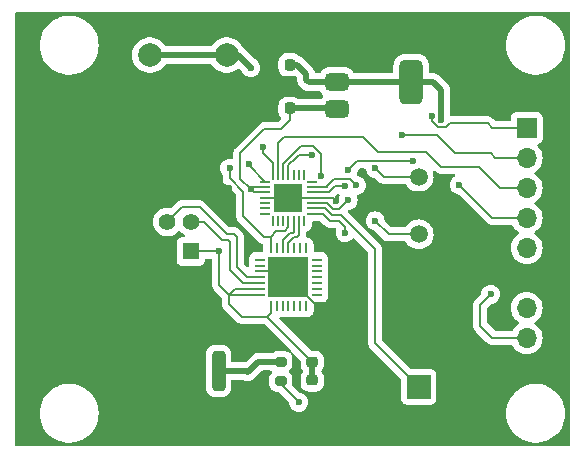
<source format=gbr>
%TF.GenerationSoftware,KiCad,Pcbnew,8.0.3*%
%TF.CreationDate,2024-07-10T12:56:16+05:30*%
%TF.ProjectId,Project_Rfid,50726f6a-6563-4745-9f52-6669642e6b69,rev?*%
%TF.SameCoordinates,Original*%
%TF.FileFunction,Copper,L1,Top*%
%TF.FilePolarity,Positive*%
%FSLAX46Y46*%
G04 Gerber Fmt 4.6, Leading zero omitted, Abs format (unit mm)*
G04 Created by KiCad (PCBNEW 8.0.3) date 2024-07-10 12:56:16*
%MOMM*%
%LPD*%
G01*
G04 APERTURE LIST*
G04 Aperture macros list*
%AMRoundRect*
0 Rectangle with rounded corners*
0 $1 Rounding radius*
0 $2 $3 $4 $5 $6 $7 $8 $9 X,Y pos of 4 corners*
0 Add a 4 corners polygon primitive as box body*
4,1,4,$2,$3,$4,$5,$6,$7,$8,$9,$2,$3,0*
0 Add four circle primitives for the rounded corners*
1,1,$1+$1,$2,$3*
1,1,$1+$1,$4,$5*
1,1,$1+$1,$6,$7*
1,1,$1+$1,$8,$9*
0 Add four rect primitives between the rounded corners*
20,1,$1+$1,$2,$3,$4,$5,0*
20,1,$1+$1,$4,$5,$6,$7,0*
20,1,$1+$1,$6,$7,$8,$9,0*
20,1,$1+$1,$8,$9,$2,$3,0*%
%AMFreePoly0*
4,1,14,0.318306,0.106694,0.381694,0.043306,0.400000,-0.000888,0.400000,-0.062500,0.381694,-0.106694,0.337500,-0.125000,-0.337500,-0.125000,-0.381694,-0.106694,-0.400000,-0.062500,-0.400000,0.062500,-0.381694,0.106694,-0.337500,0.125000,0.274112,0.125000,0.318306,0.106694,0.318306,0.106694,$1*%
%AMFreePoly1*
4,1,14,0.381694,0.106694,0.400000,0.062500,0.400000,0.000888,0.381694,-0.043306,0.318306,-0.106694,0.274112,-0.125000,-0.337500,-0.125000,-0.381694,-0.106694,-0.400000,-0.062500,-0.400000,0.062500,-0.381694,0.106694,-0.337500,0.125000,0.337500,0.125000,0.381694,0.106694,0.381694,0.106694,$1*%
%AMFreePoly2*
4,1,14,0.106694,0.381694,0.125000,0.337500,0.125000,-0.337500,0.106694,-0.381694,0.062500,-0.400000,-0.062500,-0.400000,-0.106694,-0.381694,-0.125000,-0.337500,-0.125000,0.274112,-0.106694,0.318306,-0.043306,0.381694,0.000888,0.400000,0.062500,0.400000,0.106694,0.381694,0.106694,0.381694,$1*%
%AMFreePoly3*
4,1,14,0.043306,0.381694,0.106694,0.318306,0.125000,0.274112,0.125000,-0.337500,0.106694,-0.381694,0.062500,-0.400000,-0.062500,-0.400000,-0.106694,-0.381694,-0.125000,-0.337500,-0.125000,0.337500,-0.106694,0.381694,-0.062500,0.400000,-0.000888,0.400000,0.043306,0.381694,0.043306,0.381694,$1*%
%AMFreePoly4*
4,1,14,0.381694,0.106694,0.400000,0.062500,0.400000,-0.062500,0.381694,-0.106694,0.337500,-0.125000,-0.274112,-0.125000,-0.318306,-0.106694,-0.381694,-0.043306,-0.400000,0.000888,-0.400000,0.062500,-0.381694,0.106694,-0.337500,0.125000,0.337500,0.125000,0.381694,0.106694,0.381694,0.106694,$1*%
%AMFreePoly5*
4,1,14,0.381694,0.106694,0.400000,0.062500,0.400000,-0.062500,0.381694,-0.106694,0.337500,-0.125000,-0.337500,-0.125000,-0.381694,-0.106694,-0.400000,-0.062500,-0.400000,-0.000888,-0.381694,0.043306,-0.318306,0.106694,-0.274112,0.125000,0.337500,0.125000,0.381694,0.106694,0.381694,0.106694,$1*%
%AMFreePoly6*
4,1,14,0.106694,0.381694,0.125000,0.337500,0.125000,-0.274112,0.106694,-0.318306,0.043306,-0.381694,-0.000888,-0.400000,-0.062500,-0.400000,-0.106694,-0.381694,-0.125000,-0.337500,-0.125000,0.337500,-0.106694,0.381694,-0.062500,0.400000,0.062500,0.400000,0.106694,0.381694,0.106694,0.381694,$1*%
%AMFreePoly7*
4,1,14,0.106694,0.381694,0.125000,0.337500,0.125000,-0.337500,0.106694,-0.381694,0.062500,-0.400000,0.000888,-0.400000,-0.043306,-0.381694,-0.106694,-0.318306,-0.125000,-0.274112,-0.125000,0.337500,-0.106694,0.381694,-0.062500,0.400000,0.062500,0.400000,0.106694,0.381694,0.106694,0.381694,$1*%
G04 Aperture macros list end*
%TA.AperFunction,SMDPad,CuDef*%
%ADD10RoundRect,0.225000X0.225000X0.250000X-0.225000X0.250000X-0.225000X-0.250000X0.225000X-0.250000X0*%
%TD*%
%TA.AperFunction,SMDPad,CuDef*%
%ADD11RoundRect,0.375000X-0.625000X-0.375000X0.625000X-0.375000X0.625000X0.375000X-0.625000X0.375000X0*%
%TD*%
%TA.AperFunction,SMDPad,CuDef*%
%ADD12RoundRect,0.500000X-0.500000X-1.400000X0.500000X-1.400000X0.500000X1.400000X-0.500000X1.400000X0*%
%TD*%
%TA.AperFunction,ComponentPad*%
%ADD13R,1.700000X1.700000*%
%TD*%
%TA.AperFunction,ComponentPad*%
%ADD14O,1.700000X1.700000*%
%TD*%
%TA.AperFunction,SMDPad,CuDef*%
%ADD15RoundRect,0.062500X-0.337500X-0.062500X0.337500X-0.062500X0.337500X0.062500X-0.337500X0.062500X0*%
%TD*%
%TA.AperFunction,SMDPad,CuDef*%
%ADD16RoundRect,0.062500X-0.062500X-0.337500X0.062500X-0.337500X0.062500X0.337500X-0.062500X0.337500X0*%
%TD*%
%TA.AperFunction,HeatsinkPad*%
%ADD17R,3.350000X3.350000*%
%TD*%
%TA.AperFunction,ComponentPad*%
%ADD18R,1.408000X1.408000*%
%TD*%
%TA.AperFunction,ComponentPad*%
%ADD19C,1.408000*%
%TD*%
%TA.AperFunction,ComponentPad*%
%ADD20C,3.316000*%
%TD*%
%TA.AperFunction,ComponentPad*%
%ADD21R,2.000000X2.000000*%
%TD*%
%TA.AperFunction,ComponentPad*%
%ADD22C,2.000000*%
%TD*%
%TA.AperFunction,ComponentPad*%
%ADD23C,1.500000*%
%TD*%
%TA.AperFunction,SMDPad,CuDef*%
%ADD24RoundRect,0.218750X0.256250X-0.218750X0.256250X0.218750X-0.256250X0.218750X-0.256250X-0.218750X0*%
%TD*%
%TA.AperFunction,SMDPad,CuDef*%
%ADD25FreePoly0,180.000000*%
%TD*%
%TA.AperFunction,SMDPad,CuDef*%
%ADD26RoundRect,0.062500X0.337500X0.062500X-0.337500X0.062500X-0.337500X-0.062500X0.337500X-0.062500X0*%
%TD*%
%TA.AperFunction,SMDPad,CuDef*%
%ADD27FreePoly1,180.000000*%
%TD*%
%TA.AperFunction,SMDPad,CuDef*%
%ADD28FreePoly2,180.000000*%
%TD*%
%TA.AperFunction,SMDPad,CuDef*%
%ADD29RoundRect,0.062500X0.062500X0.337500X-0.062500X0.337500X-0.062500X-0.337500X0.062500X-0.337500X0*%
%TD*%
%TA.AperFunction,SMDPad,CuDef*%
%ADD30FreePoly3,180.000000*%
%TD*%
%TA.AperFunction,SMDPad,CuDef*%
%ADD31FreePoly4,180.000000*%
%TD*%
%TA.AperFunction,SMDPad,CuDef*%
%ADD32FreePoly5,180.000000*%
%TD*%
%TA.AperFunction,SMDPad,CuDef*%
%ADD33FreePoly6,180.000000*%
%TD*%
%TA.AperFunction,SMDPad,CuDef*%
%ADD34FreePoly7,180.000000*%
%TD*%
%TA.AperFunction,HeatsinkPad*%
%ADD35R,2.400000X2.400000*%
%TD*%
%TA.AperFunction,SMDPad,CuDef*%
%ADD36RoundRect,0.200000X0.275000X-0.200000X0.275000X0.200000X-0.275000X0.200000X-0.275000X-0.200000X0*%
%TD*%
%TA.AperFunction,SMDPad,CuDef*%
%ADD37RoundRect,0.250000X-0.312500X-1.450000X0.312500X-1.450000X0.312500X1.450000X-0.312500X1.450000X0*%
%TD*%
%TA.AperFunction,ViaPad*%
%ADD38C,0.600000*%
%TD*%
%TA.AperFunction,Conductor*%
%ADD39C,0.200000*%
%TD*%
%TA.AperFunction,Conductor*%
%ADD40C,0.500000*%
%TD*%
G04 APERTURE END LIST*
D10*
%TO.P,C3,1*%
%TO.N,VCC*%
X134239000Y-100076000D03*
%TO.P,C3,2*%
%TO.N,GND*%
X132689000Y-100076000D03*
%TD*%
D11*
%TO.P,U3,1,GND*%
%TO.N,GND*%
X138226000Y-95563500D03*
%TO.P,U3,2,VO*%
%TO.N,+3.3V*%
X138226000Y-97863500D03*
D12*
X144526000Y-97863500D03*
D11*
%TO.P,U3,3,VI*%
%TO.N,VCC*%
X138226000Y-100163500D03*
%TD*%
D13*
%TO.P,J1,1,Pin_1*%
%TO.N,/MF-SDA*%
X154305000Y-101727000D03*
D14*
%TO.P,J1,2,Pin_2*%
%TO.N,/MF-SCK*%
X154305000Y-104267000D03*
%TO.P,J1,3,Pin_3*%
%TO.N,/MF-MOSI*%
X154305000Y-106807000D03*
%TO.P,J1,4,Pin_4*%
%TO.N,/MF-MISO*%
X154305000Y-109347000D03*
%TO.P,J1,5,Pin_5*%
%TO.N,unconnected-(J1-Pin_5-Pad5)*%
X154305000Y-111887000D03*
%TO.P,J1,6,Pin_6*%
%TO.N,GND*%
X154305000Y-114427000D03*
%TO.P,J1,7,Pin_7*%
%TO.N,/MF-RST*%
X154305000Y-116967000D03*
%TO.P,J1,8,Pin_8*%
%TO.N,+3.3V*%
X154305000Y-119507000D03*
%TD*%
D15*
%TO.P,U2,1,~{DCD}*%
%TO.N,unconnected-(U2-~{DCD}-Pad1)*%
X131686000Y-112890000D03*
%TO.P,U2,2,~{RI}/CLK*%
%TO.N,unconnected-(U2-~{RI}{slash}CLK-Pad2)*%
X131686000Y-113390000D03*
%TO.P,U2,3,GND*%
%TO.N,GND*%
X131686000Y-113890000D03*
%TO.P,U2,4,D+*%
%TO.N,Net-(J2-D+)*%
X131686000Y-114390000D03*
%TO.P,U2,5,D-*%
%TO.N,Net-(J2-D-)*%
X131686000Y-114890000D03*
%TO.P,U2,6,VDD*%
%TO.N,VCC*%
X131686000Y-115390000D03*
%TO.P,U2,7,VREGIN*%
X131686000Y-115890000D03*
D16*
%TO.P,U2,8,VBUS*%
X132636000Y-116840000D03*
%TO.P,U2,9,~{RST}*%
%TO.N,unconnected-(U2-~{RST}-Pad9)*%
X133136000Y-116840000D03*
%TO.P,U2,10,NC*%
%TO.N,unconnected-(U2-NC-Pad10)*%
X133636000Y-116840000D03*
%TO.P,U2,11,~{SUSPEND}*%
%TO.N,unconnected-(U2-~{SUSPEND}-Pad11)*%
X134136000Y-116840000D03*
%TO.P,U2,12,SUSPEND*%
%TO.N,unconnected-(U2-SUSPEND-Pad12)*%
X134636000Y-116840000D03*
%TO.P,U2,13,CHREN*%
%TO.N,unconnected-(U2-CHREN-Pad13)*%
X135136000Y-116840000D03*
%TO.P,U2,14,CHR1*%
%TO.N,unconnected-(U2-CHR1-Pad14)*%
X135636000Y-116840000D03*
D15*
%TO.P,U2,15,CHR0*%
%TO.N,unconnected-(U2-CHR0-Pad15)*%
X136586000Y-115890000D03*
%TO.P,U2,16,~{WAKEUP}/GPIO.3*%
%TO.N,unconnected-(U2-~{WAKEUP}{slash}GPIO.3-Pad16)*%
X136586000Y-115390000D03*
%TO.P,U2,17,RS485/GPIO.2*%
%TO.N,unconnected-(U2-RS485{slash}GPIO.2-Pad17)*%
X136586000Y-114890000D03*
%TO.P,U2,18,~{RXT}/GPIO.1*%
%TO.N,unconnected-(U2-~{RXT}{slash}GPIO.1-Pad18)*%
X136586000Y-114390000D03*
%TO.P,U2,19,~{TXT}/GPIO.0*%
%TO.N,unconnected-(U2-~{TXT}{slash}GPIO.0-Pad19)*%
X136586000Y-113890000D03*
%TO.P,U2,20,GPIO.6*%
%TO.N,unconnected-(U2-GPIO.6-Pad20)*%
X136586000Y-113390000D03*
%TO.P,U2,21,GPIO.5*%
%TO.N,unconnected-(U2-GPIO.5-Pad21)*%
X136586000Y-112890000D03*
D16*
%TO.P,U2,22,GPIO.4*%
%TO.N,unconnected-(U2-GPIO.4-Pad22)*%
X135636000Y-111940000D03*
%TO.P,U2,23,~{CTS}*%
%TO.N,unconnected-(U2-~{CTS}-Pad23)*%
X135136000Y-111940000D03*
%TO.P,U2,24,~{RTS}*%
%TO.N,unconnected-(U2-~{RTS}-Pad24)*%
X134636000Y-111940000D03*
%TO.P,U2,25,RXD*%
%TO.N,/TxD*%
X134136000Y-111940000D03*
%TO.P,U2,26,TXD*%
%TO.N,/RxD*%
X133636000Y-111940000D03*
%TO.P,U2,27,~{DSR}*%
%TO.N,unconnected-(U2-~{DSR}-Pad27)*%
X133136000Y-111940000D03*
%TO.P,U2,28,~{DTR}*%
%TO.N,/RST*%
X132636000Y-111940000D03*
D17*
%TO.P,U2,29,GND*%
%TO.N,GND*%
X134136000Y-114390000D03*
%TD*%
D18*
%TO.P,J2,1,VCC*%
%TO.N,VCC*%
X125872000Y-112191000D03*
D19*
%TO.P,J2,2,D-*%
%TO.N,Net-(J2-D-)*%
X125872000Y-109691000D03*
%TO.P,J2,3,D+*%
%TO.N,Net-(J2-D+)*%
X123872000Y-109691000D03*
%TO.P,J2,4,GND*%
%TO.N,GND*%
X123872000Y-112191000D03*
D20*
%TO.P,J2,S1,SHIELD*%
X121172000Y-104921000D03*
%TO.P,J2,S2,SHIELD*%
X121172000Y-116961000D03*
%TD*%
D21*
%TO.P,BZ1,1,+*%
%TO.N,Net-(BZ1-+)*%
X145161000Y-123655785D03*
D22*
%TO.P,BZ1,2,-*%
%TO.N,GND*%
X145161000Y-118655785D03*
%TD*%
D23*
%TO.P,Y1,1,1*%
%TO.N,Net-(U1-XTAL2{slash}PB7)*%
X145161000Y-110744000D03*
%TO.P,Y1,2,2*%
%TO.N,Net-(U1-XTAL1{slash}PB6)*%
X145161000Y-105864000D03*
%TD*%
D24*
%TO.P,D2,1,K*%
%TO.N,VCC*%
X136144000Y-123114000D03*
%TO.P,D2,2,A*%
X136144000Y-121539000D03*
%TD*%
D25*
%TO.P,U1,1,PD3*%
%TO.N,Net-(U1-PD3)*%
X136086000Y-108990000D03*
D26*
%TO.P,U1,2,PD4*%
%TO.N,Net-(BZ1-+)*%
X136086000Y-108540000D03*
%TO.P,U1,3,VCC*%
%TO.N,VCC*%
X136086000Y-108090000D03*
%TO.P,U1,4,GND*%
%TO.N,GND*%
X136086000Y-107640000D03*
%TO.P,U1,5,XTAL1/PB6*%
%TO.N,Net-(U1-XTAL1{slash}PB6)*%
X136086000Y-107190000D03*
%TO.P,U1,6,XTAL2/PB7*%
%TO.N,Net-(U1-XTAL2{slash}PB7)*%
X136086000Y-106740000D03*
D27*
%TO.P,U1,7,PD5*%
%TO.N,unconnected-(U1-PD5-Pad7)*%
X136086000Y-106290000D03*
D28*
%TO.P,U1,8,PD6*%
%TO.N,unconnected-(U1-PD6-Pad8)*%
X135486000Y-105690000D03*
D29*
%TO.P,U1,9,PD7*%
%TO.N,unconnected-(U1-PD7-Pad9)*%
X135036000Y-105690000D03*
%TO.P,U1,10,PB0*%
%TO.N,unconnected-(U1-PB0-Pad10)*%
X134586000Y-105690000D03*
%TO.P,U1,11,PB1*%
%TO.N,/MF-RST*%
X134136000Y-105690000D03*
%TO.P,U1,12,PB2*%
%TO.N,/MF-SDA*%
X133686000Y-105690000D03*
%TO.P,U1,13,PB3*%
%TO.N,/MF-MOSI*%
X133236000Y-105690000D03*
D30*
%TO.P,U1,14,PB4*%
%TO.N,/MF-MISO*%
X132786000Y-105690000D03*
D31*
%TO.P,U1,15,PB5*%
%TO.N,/MF-SCK*%
X132186000Y-106290000D03*
D26*
%TO.P,U1,16,AVCC*%
%TO.N,VCC*%
X132186000Y-106740000D03*
%TO.P,U1,17,AREF*%
X132186000Y-107190000D03*
%TO.P,U1,18,GND*%
%TO.N,GND*%
X132186000Y-107640000D03*
%TO.P,U1,19,PC0*%
%TO.N,unconnected-(U1-PC0-Pad19)*%
X132186000Y-108090000D03*
%TO.P,U1,20,PC1*%
%TO.N,unconnected-(U1-PC1-Pad20)*%
X132186000Y-108540000D03*
D32*
%TO.P,U1,21,PC2*%
%TO.N,unconnected-(U1-PC2-Pad21)*%
X132186000Y-108990000D03*
D33*
%TO.P,U1,22,PC3*%
%TO.N,unconnected-(U1-PC3-Pad22)*%
X132786000Y-109590000D03*
D29*
%TO.P,U1,23,PC4*%
%TO.N,unconnected-(U1-PC4-Pad23)*%
X133236000Y-109590000D03*
%TO.P,U1,24,PC5*%
%TO.N,unconnected-(U1-PC5-Pad24)*%
X133686000Y-109590000D03*
%TO.P,U1,25,~{RESET}/PC6*%
%TO.N,/RST*%
X134136000Y-109590000D03*
%TO.P,U1,26,PD0*%
%TO.N,/RxD*%
X134586000Y-109590000D03*
%TO.P,U1,27,PD1*%
%TO.N,/TxD*%
X135036000Y-109590000D03*
D34*
%TO.P,U1,28,PD2*%
%TO.N,unconnected-(U1-PD2-Pad28)*%
X135486000Y-109590000D03*
D35*
%TO.P,U1,29,GND*%
%TO.N,GND*%
X134136000Y-107640000D03*
%TD*%
D36*
%TO.P,R1,1*%
%TO.N,Net-(U1-PD3)*%
X133477000Y-123171500D03*
%TO.P,R1,2*%
%TO.N,Net-(D1-A)*%
X133477000Y-121521500D03*
%TD*%
D10*
%TO.P,C4,1*%
%TO.N,+3.3V*%
X134239000Y-96393000D03*
%TO.P,C4,2*%
%TO.N,GND*%
X132689000Y-96393000D03*
%TD*%
D37*
%TO.P,D1,1,K*%
%TO.N,GND*%
X123952000Y-122301000D03*
%TO.P,D1,2,A*%
%TO.N,Net-(D1-A)*%
X128227000Y-122301000D03*
%TD*%
D22*
%TO.P,SW1,1,1*%
%TO.N,/RST*%
X122405000Y-95576000D03*
X128905000Y-95576000D03*
%TO.P,SW1,2,2*%
%TO.N,GND*%
X122405000Y-100076000D03*
X128905000Y-100076000D03*
%TD*%
D38*
%TO.N,GND*%
X141478000Y-122047000D03*
X138176000Y-107915000D03*
X129108531Y-106802590D03*
%TO.N,Net-(U1-XTAL1{slash}PB6)*%
X138938000Y-106680000D03*
X141478000Y-105156000D03*
%TO.N,Net-(U1-XTAL2{slash}PB7)*%
X139870265Y-106596265D03*
X141478000Y-109601000D03*
%TO.N,VCC*%
X139179000Y-107857151D03*
X130937000Y-106934000D03*
X128270000Y-112191000D03*
%TO.N,+3.3V*%
X151257000Y-115824000D03*
X147066000Y-101092000D03*
%TO.N,/MF-RST*%
X136144000Y-104013000D03*
%TO.N,/MF-SCK*%
X130810000Y-104775000D03*
X143764000Y-102362000D03*
%TO.N,/MF-MISO*%
X131953000Y-103378000D03*
X148590000Y-106553000D03*
%TO.N,/MF-SDA*%
X139192000Y-105283000D03*
X144653000Y-104521000D03*
X136906000Y-105791000D03*
X146316000Y-100711000D03*
%TO.N,Net-(U1-PD3)*%
X138938000Y-110617000D03*
X135001000Y-124968000D03*
%TO.N,/RST*%
X129159000Y-105156000D03*
X130937000Y-96647000D03*
%TD*%
D39*
%TO.N,GND*%
X136086000Y-107640000D02*
X137901000Y-107640000D01*
X134136000Y-114390000D02*
X136586000Y-116840000D01*
X138811000Y-118110000D02*
X138811000Y-118872000D01*
X146304000Y-116078000D02*
X147955000Y-116078000D01*
X141224000Y-121793000D02*
X141478000Y-122047000D01*
X137901000Y-107640000D02*
X138176000Y-107915000D01*
X145161000Y-118655785D02*
X145161000Y-117221000D01*
X138811000Y-118872000D02*
X138811000Y-120523000D01*
X137541000Y-116840000D02*
X138811000Y-118110000D01*
X133636000Y-113890000D02*
X134136000Y-114390000D01*
X131686000Y-113890000D02*
X133636000Y-113890000D01*
X145161000Y-117221000D02*
X146304000Y-116078000D01*
X149098000Y-114935000D02*
X153797000Y-114935000D01*
X140081000Y-121793000D02*
X141224000Y-121793000D01*
X147955000Y-116078000D02*
X149098000Y-114935000D01*
X132186000Y-107640000D02*
X136086000Y-107640000D01*
X138811000Y-120523000D02*
X140081000Y-121793000D01*
X153797000Y-114935000D02*
X154305000Y-114427000D01*
X136586000Y-116840000D02*
X137541000Y-116840000D01*
%TO.N,Net-(BZ1-+)*%
X141478000Y-119972785D02*
X145161000Y-123655785D01*
X137242000Y-108540000D02*
X137795000Y-109093000D01*
X136086000Y-108540000D02*
X137242000Y-108540000D01*
X137795000Y-109093000D02*
X138557000Y-109093000D01*
X138557000Y-109093000D02*
X141478000Y-112014000D01*
X141478000Y-112014000D02*
X141478000Y-119972785D01*
%TO.N,Net-(U1-XTAL1{slash}PB6)*%
X137579471Y-107190000D02*
X138089471Y-106680000D01*
X142186000Y-105864000D02*
X141478000Y-105156000D01*
X138089471Y-106680000D02*
X138938000Y-106680000D01*
X145161000Y-105864000D02*
X142186000Y-105864000D01*
X136086000Y-107190000D02*
X137579471Y-107190000D01*
%TO.N,Net-(U1-XTAL2{slash}PB7)*%
X142621000Y-110744000D02*
X141478000Y-109601000D01*
X138014000Y-106080000D02*
X139354000Y-106080000D01*
X137414000Y-106680000D02*
X138014000Y-106080000D01*
X139354000Y-106080000D02*
X139870265Y-106596265D01*
X145161000Y-110744000D02*
X142621000Y-110744000D01*
X137354000Y-106740000D02*
X137414000Y-106680000D01*
X136086000Y-106740000D02*
X137354000Y-106740000D01*
%TO.N,VCC*%
X129593000Y-115390000D02*
X129095500Y-115887500D01*
X130175000Y-117729000D02*
X132334000Y-117729000D01*
X137922000Y-108585000D02*
X137427000Y-108090000D01*
X128270000Y-115062000D02*
X128270000Y-112191000D01*
X130937000Y-106934000D02*
X130048000Y-106045000D01*
X131686000Y-115390000D02*
X129593000Y-115390000D01*
X132334000Y-117729000D02*
X136144000Y-121539000D01*
X131131000Y-106740000D02*
X130937000Y-106934000D01*
X129098000Y-115890000D02*
X129095500Y-115887500D01*
D40*
X134239000Y-100076000D02*
X138138500Y-100076000D01*
D39*
X128270000Y-112191000D02*
X125872000Y-112191000D01*
X132186000Y-106740000D02*
X131131000Y-106740000D01*
X132080000Y-101854000D02*
X133477000Y-101854000D01*
X129098000Y-116652000D02*
X130175000Y-117729000D01*
X132334000Y-117729000D02*
X132636000Y-117427000D01*
D40*
X138138500Y-100076000D02*
X138226000Y-100163500D01*
D39*
X138451151Y-108585000D02*
X137922000Y-108585000D01*
X130048000Y-103886000D02*
X132080000Y-101854000D01*
D40*
X136144000Y-123114000D02*
X136144000Y-121539000D01*
D39*
X134239000Y-101092000D02*
X134239000Y-100076000D01*
X132186000Y-107190000D02*
X131193000Y-107190000D01*
X133477000Y-101854000D02*
X134239000Y-101092000D01*
X137427000Y-108090000D02*
X136086000Y-108090000D01*
X130048000Y-106045000D02*
X130048000Y-103886000D01*
X139179000Y-107857151D02*
X138451151Y-108585000D01*
X129098000Y-115890000D02*
X129098000Y-116652000D01*
X131193000Y-107190000D02*
X130937000Y-106934000D01*
X129095500Y-115887500D02*
X128270000Y-115062000D01*
X132636000Y-117427000D02*
X132636000Y-116840000D01*
X131686000Y-115890000D02*
X129098000Y-115890000D01*
D40*
%TO.N,+3.3V*%
X135636000Y-97155000D02*
X135636000Y-97663000D01*
X138226000Y-97863500D02*
X144526000Y-97863500D01*
D39*
X151384000Y-119507000D02*
X154305000Y-119507000D01*
D40*
X134874000Y-96393000D02*
X135636000Y-97155000D01*
D39*
X150368000Y-118491000D02*
X151384000Y-119507000D01*
D40*
X146377500Y-97863500D02*
X147066000Y-98552000D01*
X147066000Y-98552000D02*
X147066000Y-101092000D01*
X135636000Y-97663000D02*
X135836500Y-97863500D01*
X135836500Y-97863500D02*
X138226000Y-97863500D01*
X144526000Y-97863500D02*
X146377500Y-97863500D01*
D39*
X151257000Y-115824000D02*
X150368000Y-116713000D01*
D40*
X134239000Y-96393000D02*
X134874000Y-96393000D01*
D39*
X150368000Y-116713000D02*
X150368000Y-118491000D01*
D40*
%TO.N,Net-(D1-A)*%
X130683000Y-122428000D02*
X130556000Y-122301000D01*
X131589500Y-121521500D02*
X130683000Y-122428000D01*
X133477000Y-121521500D02*
X131589500Y-121521500D01*
X130556000Y-122301000D02*
X128227000Y-122301000D01*
D39*
%TO.N,/MF-RST*%
X134136000Y-104878000D02*
X134747000Y-104267000D01*
X135001000Y-104013000D02*
X136144000Y-104013000D01*
X134747000Y-104267000D02*
X135001000Y-104013000D01*
X134136000Y-105690000D02*
X134136000Y-104878000D01*
%TO.N,/MF-MOSI*%
X140462000Y-102489000D02*
X133731000Y-102489000D01*
X147066000Y-105029000D02*
X145796000Y-103759000D01*
X133236000Y-102984000D02*
X133236000Y-105690000D01*
X154305000Y-106807000D02*
X152019000Y-106807000D01*
X145796000Y-103759000D02*
X141732000Y-103759000D01*
X141732000Y-103759000D02*
X140462000Y-102489000D01*
X152019000Y-106807000D02*
X150241000Y-105029000D01*
X150241000Y-105029000D02*
X147066000Y-105029000D01*
X133731000Y-102489000D02*
X133236000Y-102984000D01*
%TO.N,/MF-SCK*%
X130810000Y-104775000D02*
X130810000Y-104914000D01*
X148209000Y-103886000D02*
X151257000Y-103886000D01*
X151638000Y-104267000D02*
X154305000Y-104267000D01*
X143764000Y-102362000D02*
X146685000Y-102362000D01*
X146685000Y-102362000D02*
X148209000Y-103886000D01*
X130810000Y-104914000D02*
X132186000Y-106290000D01*
X151257000Y-103886000D02*
X151638000Y-104267000D01*
%TO.N,/MF-MISO*%
X132786000Y-104719000D02*
X132786000Y-105690000D01*
X151384000Y-109347000D02*
X148590000Y-106553000D01*
X131953000Y-103378000D02*
X131953000Y-103886000D01*
X131953000Y-103886000D02*
X132786000Y-104719000D01*
X154305000Y-109347000D02*
X151384000Y-109347000D01*
%TO.N,/MF-SDA*%
X139919000Y-104556000D02*
X144618000Y-104556000D01*
X135197314Y-103251000D02*
X133686000Y-104762314D01*
X136230529Y-103251000D02*
X135197314Y-103251000D01*
X133686000Y-104762314D02*
X133686000Y-105690000D01*
X136906000Y-105791000D02*
X136906000Y-103926471D01*
X151384000Y-101727000D02*
X154305000Y-101727000D01*
X146316000Y-101190529D02*
X146817471Y-101692000D01*
X139192000Y-105283000D02*
X139919000Y-104556000D01*
X146817471Y-101692000D02*
X147482000Y-101692000D01*
X146316000Y-100711000D02*
X146316000Y-101190529D01*
X147482000Y-101692000D02*
X147828000Y-101346000D01*
X147828000Y-101346000D02*
X151003000Y-101346000D01*
X144618000Y-104556000D02*
X144653000Y-104521000D01*
X151003000Y-101346000D02*
X151384000Y-101727000D01*
X136906000Y-103926471D02*
X136230529Y-103251000D01*
%TO.N,Net-(J2-D-)*%
X130257000Y-114890000D02*
X131686000Y-114890000D01*
X126963000Y-109691000D02*
X128524000Y-111252000D01*
X128524000Y-111252000D02*
X129032000Y-111252000D01*
X129159000Y-111379000D02*
X129159000Y-113792000D01*
X129032000Y-111252000D02*
X129159000Y-111379000D01*
X125872000Y-109691000D02*
X126963000Y-109691000D01*
X129159000Y-113792000D02*
X130257000Y-114890000D01*
%TO.N,Net-(J2-D+)*%
X125105000Y-108458000D02*
X126619000Y-108458000D01*
X128905000Y-110744000D02*
X129540000Y-110744000D01*
X129794000Y-110998000D02*
X129794000Y-113538000D01*
X129540000Y-110744000D02*
X129794000Y-110998000D01*
X123872000Y-109691000D02*
X125105000Y-108458000D01*
X130646000Y-114390000D02*
X131686000Y-114390000D01*
X129794000Y-113538000D02*
X130646000Y-114390000D01*
X126619000Y-108458000D02*
X128905000Y-110744000D01*
%TO.N,Net-(U1-PD3)*%
X136086000Y-108990000D02*
X137057000Y-108990000D01*
X137668000Y-109601000D02*
X138430000Y-109601000D01*
X138430000Y-109601000D02*
X138938000Y-110109000D01*
X137414000Y-109347000D02*
X137668000Y-109601000D01*
X135001000Y-124968000D02*
X133477000Y-123444000D01*
X133477000Y-123444000D02*
X133477000Y-123171500D01*
X137057000Y-108990000D02*
X137414000Y-109347000D01*
X138938000Y-110109000D02*
X138938000Y-110617000D01*
%TO.N,/RST*%
X133800314Y-110490000D02*
X134136000Y-110154314D01*
X130302000Y-109220000D02*
X132032000Y-110950000D01*
X133096000Y-110490000D02*
X133800314Y-110490000D01*
D40*
X122405000Y-95576000D02*
X128905000Y-95576000D01*
D39*
X132032000Y-110950000D02*
X132636000Y-110950000D01*
X130302000Y-107147529D02*
X130302000Y-109220000D01*
X134136000Y-110154314D02*
X134136000Y-109590000D01*
X132636000Y-110950000D02*
X133096000Y-110490000D01*
D40*
X129866000Y-95576000D02*
X130937000Y-96647000D01*
D39*
X132636000Y-111940000D02*
X132636000Y-110950000D01*
D40*
X128905000Y-95576000D02*
X129866000Y-95576000D01*
D39*
X129159000Y-105156000D02*
X129159000Y-106004529D01*
X129159000Y-106004529D02*
X130302000Y-107147529D01*
%TO.N,/RxD*%
X134493000Y-110617000D02*
X134586000Y-110524000D01*
X134239000Y-110617000D02*
X134493000Y-110617000D01*
X134586000Y-110524000D02*
X134586000Y-109590000D01*
X133636000Y-111220000D02*
X134239000Y-110617000D01*
X133636000Y-111940000D02*
X133636000Y-111220000D01*
%TO.N,/TxD*%
X134136000Y-111482000D02*
X134620000Y-110998000D01*
X134136000Y-111940000D02*
X134136000Y-111482000D01*
X135036000Y-110836000D02*
X135036000Y-109590000D01*
X134874000Y-110998000D02*
X135036000Y-110836000D01*
X134620000Y-110998000D02*
X134874000Y-110998000D01*
%TD*%
%TA.AperFunction,Conductor*%
%TO.N,GND*%
G36*
X135418514Y-112824501D02*
G01*
X135418674Y-112823905D01*
X135426524Y-112826008D01*
X135426526Y-112826008D01*
X135426528Y-112826009D01*
X135536599Y-112840500D01*
X135561498Y-112840499D01*
X135628536Y-112860181D01*
X135674293Y-112912984D01*
X135685500Y-112964495D01*
X135685500Y-112989402D01*
X135699989Y-113099468D01*
X135702094Y-113107322D01*
X135698814Y-113108200D01*
X135704581Y-113162073D01*
X135701517Y-113172522D01*
X135702095Y-113172677D01*
X135699990Y-113180529D01*
X135685500Y-113290598D01*
X135685500Y-113489403D01*
X135699989Y-113599468D01*
X135702094Y-113607322D01*
X135698814Y-113608200D01*
X135704581Y-113662073D01*
X135701517Y-113672522D01*
X135702095Y-113672677D01*
X135699990Y-113680529D01*
X135685500Y-113790598D01*
X135685500Y-113989403D01*
X135699989Y-114099468D01*
X135702094Y-114107322D01*
X135698814Y-114108200D01*
X135704581Y-114162073D01*
X135701517Y-114172522D01*
X135702095Y-114172677D01*
X135699990Y-114180529D01*
X135685500Y-114290598D01*
X135685500Y-114489403D01*
X135699989Y-114599468D01*
X135702094Y-114607322D01*
X135698814Y-114608200D01*
X135704581Y-114662073D01*
X135701517Y-114672522D01*
X135702095Y-114672677D01*
X135699990Y-114680529D01*
X135685500Y-114790598D01*
X135685500Y-114989403D01*
X135699989Y-115099468D01*
X135702094Y-115107322D01*
X135698814Y-115108200D01*
X135704581Y-115162073D01*
X135701517Y-115172522D01*
X135702095Y-115172677D01*
X135699990Y-115180529D01*
X135685500Y-115290598D01*
X135685500Y-115489403D01*
X135699989Y-115599468D01*
X135702094Y-115607322D01*
X135698814Y-115608200D01*
X135704581Y-115662073D01*
X135701517Y-115672522D01*
X135702095Y-115672677D01*
X135699990Y-115680529D01*
X135685501Y-115790589D01*
X135685500Y-115790605D01*
X135685500Y-115815500D01*
X135665815Y-115882539D01*
X135613011Y-115928294D01*
X135561504Y-115939500D01*
X135536597Y-115939500D01*
X135426531Y-115953989D01*
X135418678Y-115956094D01*
X135417802Y-115952824D01*
X135363853Y-115958567D01*
X135353477Y-115955518D01*
X135353323Y-115956095D01*
X135345470Y-115953990D01*
X135235401Y-115939500D01*
X135036596Y-115939500D01*
X134926531Y-115953989D01*
X134918678Y-115956094D01*
X134917802Y-115952824D01*
X134863853Y-115958567D01*
X134853477Y-115955518D01*
X134853323Y-115956095D01*
X134845470Y-115953990D01*
X134735401Y-115939500D01*
X134536596Y-115939500D01*
X134426531Y-115953989D01*
X134418678Y-115956094D01*
X134417802Y-115952824D01*
X134363853Y-115958567D01*
X134353477Y-115955518D01*
X134353323Y-115956095D01*
X134345470Y-115953990D01*
X134235401Y-115939500D01*
X134036596Y-115939500D01*
X133926531Y-115953989D01*
X133918678Y-115956094D01*
X133917802Y-115952824D01*
X133863853Y-115958567D01*
X133853477Y-115955518D01*
X133853323Y-115956095D01*
X133845470Y-115953990D01*
X133735401Y-115939500D01*
X133536596Y-115939500D01*
X133426531Y-115953989D01*
X133418678Y-115956094D01*
X133417802Y-115952824D01*
X133363853Y-115958567D01*
X133353477Y-115955518D01*
X133353323Y-115956095D01*
X133345470Y-115953990D01*
X133235401Y-115939500D01*
X133036596Y-115939500D01*
X132926531Y-115953989D01*
X132918678Y-115956094D01*
X132917802Y-115952824D01*
X132863853Y-115958567D01*
X132853477Y-115955518D01*
X132853323Y-115956095D01*
X132845470Y-115953990D01*
X132735410Y-115939501D01*
X132735407Y-115939500D01*
X132735401Y-115939500D01*
X132735394Y-115939500D01*
X132710499Y-115939500D01*
X132643460Y-115919815D01*
X132597705Y-115867011D01*
X132586499Y-115815500D01*
X132586499Y-115790597D01*
X132578741Y-115731668D01*
X132572009Y-115680528D01*
X132572008Y-115680525D01*
X132569905Y-115672674D01*
X132573207Y-115671789D01*
X132567392Y-115618075D01*
X132570501Y-115607485D01*
X132569905Y-115607326D01*
X132572008Y-115599475D01*
X132572008Y-115599474D01*
X132572009Y-115599472D01*
X132586500Y-115489401D01*
X132586499Y-115290600D01*
X132572009Y-115180528D01*
X132572008Y-115180525D01*
X132569905Y-115172674D01*
X132573207Y-115171789D01*
X132567392Y-115118075D01*
X132570501Y-115107485D01*
X132569905Y-115107326D01*
X132572008Y-115099475D01*
X132572008Y-115099474D01*
X132572009Y-115099472D01*
X132586500Y-114989401D01*
X132586499Y-114790600D01*
X132572009Y-114680528D01*
X132572008Y-114680525D01*
X132569905Y-114672674D01*
X132573207Y-114671789D01*
X132567392Y-114618075D01*
X132570501Y-114607485D01*
X132569905Y-114607326D01*
X132572008Y-114599475D01*
X132572008Y-114599474D01*
X132572009Y-114599472D01*
X132586500Y-114489401D01*
X132586499Y-114290600D01*
X132586499Y-114290598D01*
X132586499Y-114290596D01*
X132572011Y-114180536D01*
X132572009Y-114180529D01*
X132572009Y-114180528D01*
X132515279Y-114043571D01*
X132455360Y-113965484D01*
X132430168Y-113900318D01*
X132444206Y-113831873D01*
X132455356Y-113814521D01*
X132515279Y-113736429D01*
X132572009Y-113599472D01*
X132586500Y-113489401D01*
X132586499Y-113290600D01*
X132586323Y-113289265D01*
X132581490Y-113252547D01*
X132572009Y-113180528D01*
X132572008Y-113180525D01*
X132569905Y-113172674D01*
X132573207Y-113171789D01*
X132567392Y-113118075D01*
X132570501Y-113107485D01*
X132569905Y-113107326D01*
X132572008Y-113099475D01*
X132572008Y-113099474D01*
X132572009Y-113099472D01*
X132586500Y-112989401D01*
X132586500Y-112964499D01*
X132606185Y-112897460D01*
X132658989Y-112851705D01*
X132710500Y-112840499D01*
X132735402Y-112840499D01*
X132764382Y-112836683D01*
X132845472Y-112826009D01*
X132845475Y-112826007D01*
X132853326Y-112823905D01*
X132854210Y-112827207D01*
X132907925Y-112821392D01*
X132918514Y-112824501D01*
X132918674Y-112823905D01*
X132926524Y-112826008D01*
X132926526Y-112826008D01*
X132926528Y-112826009D01*
X133036599Y-112840500D01*
X133235400Y-112840499D01*
X133235401Y-112840499D01*
X133252087Y-112838302D01*
X133345472Y-112826009D01*
X133345475Y-112826007D01*
X133353326Y-112823905D01*
X133354210Y-112827207D01*
X133407925Y-112821392D01*
X133418514Y-112824501D01*
X133418674Y-112823905D01*
X133426524Y-112826008D01*
X133426526Y-112826008D01*
X133426528Y-112826009D01*
X133536599Y-112840500D01*
X133735400Y-112840499D01*
X133735401Y-112840499D01*
X133752087Y-112838302D01*
X133845472Y-112826009D01*
X133845475Y-112826007D01*
X133853326Y-112823905D01*
X133854210Y-112827207D01*
X133907925Y-112821392D01*
X133918514Y-112824501D01*
X133918674Y-112823905D01*
X133926524Y-112826008D01*
X133926526Y-112826008D01*
X133926528Y-112826009D01*
X134036599Y-112840500D01*
X134235400Y-112840499D01*
X134235401Y-112840499D01*
X134252087Y-112838302D01*
X134345472Y-112826009D01*
X134345475Y-112826007D01*
X134353326Y-112823905D01*
X134354210Y-112827207D01*
X134407925Y-112821392D01*
X134418514Y-112824501D01*
X134418674Y-112823905D01*
X134426524Y-112826008D01*
X134426526Y-112826008D01*
X134426528Y-112826009D01*
X134536599Y-112840500D01*
X134735400Y-112840499D01*
X134735401Y-112840499D01*
X134752087Y-112838302D01*
X134845472Y-112826009D01*
X134845475Y-112826007D01*
X134853326Y-112823905D01*
X134854210Y-112827207D01*
X134907925Y-112821392D01*
X134918514Y-112824501D01*
X134918674Y-112823905D01*
X134926524Y-112826008D01*
X134926526Y-112826008D01*
X134926528Y-112826009D01*
X135036599Y-112840500D01*
X135235400Y-112840499D01*
X135235401Y-112840499D01*
X135252087Y-112838302D01*
X135345472Y-112826009D01*
X135345475Y-112826007D01*
X135353326Y-112823905D01*
X135354210Y-112827207D01*
X135407925Y-112821392D01*
X135418514Y-112824501D01*
G37*
%TD.AperFunction*%
%TA.AperFunction,Conductor*%
G36*
X133586599Y-106590500D02*
G01*
X133785400Y-106590499D01*
X133785401Y-106590499D01*
X133849438Y-106582068D01*
X133894819Y-106576095D01*
X133927181Y-106576095D01*
X134036599Y-106590500D01*
X134235400Y-106590499D01*
X134235401Y-106590499D01*
X134299438Y-106582068D01*
X134344819Y-106576095D01*
X134377181Y-106576095D01*
X134486599Y-106590500D01*
X134685400Y-106590499D01*
X134685401Y-106590499D01*
X134749438Y-106582068D01*
X134794819Y-106576095D01*
X134827181Y-106576095D01*
X134936599Y-106590500D01*
X135061500Y-106590499D01*
X135128539Y-106610183D01*
X135174294Y-106662987D01*
X135185500Y-106714498D01*
X135185500Y-106839395D01*
X135199904Y-106948816D01*
X135199903Y-106981182D01*
X135185500Y-107090595D01*
X135185500Y-107289403D01*
X135199988Y-107399463D01*
X135199991Y-107399472D01*
X135256721Y-107536430D01*
X135278271Y-107564516D01*
X135303464Y-107629685D01*
X135289424Y-107698130D01*
X135278271Y-107715484D01*
X135256721Y-107743569D01*
X135199991Y-107880527D01*
X135199990Y-107880529D01*
X135185500Y-107990598D01*
X135185500Y-108189395D01*
X135199904Y-108298816D01*
X135199903Y-108331182D01*
X135185500Y-108440595D01*
X135185500Y-108565500D01*
X135165815Y-108632539D01*
X135113011Y-108678294D01*
X135061501Y-108689500D01*
X134936603Y-108689500D01*
X134827182Y-108703904D01*
X134794816Y-108703903D01*
X134685403Y-108689500D01*
X134486603Y-108689500D01*
X134377182Y-108703904D01*
X134344816Y-108703903D01*
X134235403Y-108689500D01*
X134036603Y-108689500D01*
X133927182Y-108703904D01*
X133894816Y-108703903D01*
X133785403Y-108689500D01*
X133586603Y-108689500D01*
X133477182Y-108703904D01*
X133444816Y-108703903D01*
X133335403Y-108689500D01*
X133210499Y-108689500D01*
X133143460Y-108669815D01*
X133097705Y-108617011D01*
X133086499Y-108565502D01*
X133086499Y-108440600D01*
X133086498Y-108440595D01*
X133072095Y-108331181D01*
X133072095Y-108298816D01*
X133086500Y-108189401D01*
X133086499Y-107990600D01*
X133086499Y-107990598D01*
X133086499Y-107990596D01*
X133072011Y-107880536D01*
X133072009Y-107880529D01*
X133072009Y-107880528D01*
X133015279Y-107743571D01*
X132993727Y-107715484D01*
X132968534Y-107650319D01*
X132982572Y-107581874D01*
X132993723Y-107564520D01*
X133015279Y-107536429D01*
X133072009Y-107399472D01*
X133086500Y-107289401D01*
X133086499Y-107090600D01*
X133086498Y-107090595D01*
X133072095Y-106981181D01*
X133072095Y-106948816D01*
X133086500Y-106839401D01*
X133086499Y-106714498D01*
X133106183Y-106647460D01*
X133158987Y-106601705D01*
X133210496Y-106590499D01*
X133335400Y-106590499D01*
X133335402Y-106590499D01*
X133416192Y-106579863D01*
X133444819Y-106576095D01*
X133477181Y-106576095D01*
X133586599Y-106590500D01*
G37*
%TD.AperFunction*%
%TA.AperFunction,Conductor*%
G36*
X138385986Y-107335233D02*
G01*
X138441919Y-107377105D01*
X138466336Y-107442569D01*
X138455189Y-107500943D01*
X138455511Y-107501056D01*
X138454755Y-107503216D01*
X138454374Y-107505212D01*
X138453213Y-107507622D01*
X138393630Y-107677901D01*
X138383837Y-107764819D01*
X138356770Y-107829233D01*
X138348298Y-107838616D01*
X138274256Y-107912658D01*
X138212933Y-107946143D01*
X138143241Y-107941159D01*
X138098894Y-107912658D01*
X137990152Y-107803916D01*
X137956667Y-107742593D01*
X137961651Y-107672901D01*
X137990148Y-107628558D01*
X138059991Y-107558716D01*
X138059992Y-107558713D01*
X138254972Y-107363733D01*
X138316294Y-107330249D01*
X138385986Y-107335233D01*
G37*
%TD.AperFunction*%
%TA.AperFunction,Conductor*%
G36*
X157938539Y-91960185D02*
G01*
X157984294Y-92012989D01*
X157995500Y-92064500D01*
X157995500Y-128534500D01*
X157975815Y-128601539D01*
X157923011Y-128647294D01*
X157871500Y-128658500D01*
X111114500Y-128658500D01*
X111047461Y-128638815D01*
X111001706Y-128586011D01*
X110990500Y-128534500D01*
X110990500Y-125901130D01*
X113076716Y-125901130D01*
X113076716Y-125901141D01*
X113096374Y-126213616D01*
X113096375Y-126213623D01*
X113155048Y-126521195D01*
X113251803Y-126818976D01*
X113251805Y-126818981D01*
X113385117Y-127102281D01*
X113385120Y-127102287D01*
X113552887Y-127366647D01*
X113552890Y-127366651D01*
X113552891Y-127366652D01*
X113752474Y-127607906D01*
X113980719Y-127822242D01*
X113980729Y-127822250D01*
X114234020Y-128006277D01*
X114234025Y-128006279D01*
X114234032Y-128006285D01*
X114508411Y-128157127D01*
X114508416Y-128157129D01*
X114508418Y-128157130D01*
X114508419Y-128157131D01*
X114799529Y-128272389D01*
X114799532Y-128272390D01*
X115102801Y-128350256D01*
X115102805Y-128350257D01*
X115167973Y-128358489D01*
X115413433Y-128389499D01*
X115413442Y-128389499D01*
X115413445Y-128389500D01*
X115413447Y-128389500D01*
X115726553Y-128389500D01*
X115726555Y-128389500D01*
X115726558Y-128389499D01*
X115726566Y-128389499D01*
X115911925Y-128366082D01*
X116037195Y-128350257D01*
X116340467Y-128272390D01*
X116340470Y-128272389D01*
X116631580Y-128157131D01*
X116631581Y-128157130D01*
X116631579Y-128157130D01*
X116631589Y-128157127D01*
X116905968Y-128006285D01*
X117159279Y-127822244D01*
X117387526Y-127607906D01*
X117587109Y-127366652D01*
X117754881Y-127102285D01*
X117888197Y-126818975D01*
X117984953Y-126521191D01*
X118043624Y-126213627D01*
X118063284Y-125901136D01*
X118063284Y-125901130D01*
X152573716Y-125901130D01*
X152573716Y-125901141D01*
X152593374Y-126213616D01*
X152593375Y-126213623D01*
X152652048Y-126521195D01*
X152748803Y-126818976D01*
X152748805Y-126818981D01*
X152882117Y-127102281D01*
X152882120Y-127102287D01*
X153049887Y-127366647D01*
X153049890Y-127366651D01*
X153049891Y-127366652D01*
X153249474Y-127607906D01*
X153477719Y-127822242D01*
X153477729Y-127822250D01*
X153731020Y-128006277D01*
X153731025Y-128006279D01*
X153731032Y-128006285D01*
X154005411Y-128157127D01*
X154005416Y-128157129D01*
X154005418Y-128157130D01*
X154005419Y-128157131D01*
X154296529Y-128272389D01*
X154296532Y-128272390D01*
X154599801Y-128350256D01*
X154599805Y-128350257D01*
X154664973Y-128358489D01*
X154910433Y-128389499D01*
X154910442Y-128389499D01*
X154910445Y-128389500D01*
X154910447Y-128389500D01*
X155223553Y-128389500D01*
X155223555Y-128389500D01*
X155223558Y-128389499D01*
X155223566Y-128389499D01*
X155408925Y-128366082D01*
X155534195Y-128350257D01*
X155837467Y-128272390D01*
X155837470Y-128272389D01*
X156128580Y-128157131D01*
X156128581Y-128157130D01*
X156128579Y-128157130D01*
X156128589Y-128157127D01*
X156402968Y-128006285D01*
X156656279Y-127822244D01*
X156884526Y-127607906D01*
X157084109Y-127366652D01*
X157251881Y-127102285D01*
X157385197Y-126818975D01*
X157481953Y-126521191D01*
X157540624Y-126213627D01*
X157560284Y-125901136D01*
X157550987Y-125753369D01*
X157540625Y-125588655D01*
X157540624Y-125588648D01*
X157540624Y-125588645D01*
X157481953Y-125281081D01*
X157385197Y-124983297D01*
X157251881Y-124699987D01*
X157125917Y-124501499D01*
X157084112Y-124435624D01*
X157070237Y-124418852D01*
X156884526Y-124194366D01*
X156656279Y-123980028D01*
X156656276Y-123980026D01*
X156656270Y-123980021D01*
X156402979Y-123795994D01*
X156402972Y-123795989D01*
X156402968Y-123795987D01*
X156128589Y-123645145D01*
X156128586Y-123645143D01*
X156128581Y-123645141D01*
X156128580Y-123645140D01*
X155837470Y-123529882D01*
X155837467Y-123529881D01*
X155534198Y-123452015D01*
X155534185Y-123452013D01*
X155223566Y-123412772D01*
X155223555Y-123412772D01*
X154910445Y-123412772D01*
X154910433Y-123412772D01*
X154599814Y-123452013D01*
X154599801Y-123452015D01*
X154296532Y-123529881D01*
X154296529Y-123529882D01*
X154005419Y-123645140D01*
X154005418Y-123645141D01*
X153731032Y-123795987D01*
X153731020Y-123795994D01*
X153477729Y-123980021D01*
X153477719Y-123980029D01*
X153261969Y-124182632D01*
X153249474Y-124194366D01*
X153209894Y-124242210D01*
X153049887Y-124435624D01*
X152882120Y-124699984D01*
X152882117Y-124699990D01*
X152748805Y-124983290D01*
X152748803Y-124983295D01*
X152652048Y-125281076D01*
X152593375Y-125588648D01*
X152593374Y-125588655D01*
X152573716Y-125901130D01*
X118063284Y-125901130D01*
X118053987Y-125753369D01*
X118043625Y-125588655D01*
X118043624Y-125588648D01*
X118043624Y-125588645D01*
X117984953Y-125281081D01*
X117888197Y-124983297D01*
X117754881Y-124699987D01*
X117628917Y-124501499D01*
X117587112Y-124435624D01*
X117573237Y-124418852D01*
X117387526Y-124194366D01*
X117159279Y-123980028D01*
X117159276Y-123980026D01*
X117159270Y-123980021D01*
X116905979Y-123795994D01*
X116905972Y-123795989D01*
X116905968Y-123795987D01*
X116631589Y-123645145D01*
X116631586Y-123645143D01*
X116631581Y-123645141D01*
X116631580Y-123645140D01*
X116340470Y-123529882D01*
X116340467Y-123529881D01*
X116037198Y-123452015D01*
X116037185Y-123452013D01*
X115726566Y-123412772D01*
X115726555Y-123412772D01*
X115413445Y-123412772D01*
X115413433Y-123412772D01*
X115102814Y-123452013D01*
X115102801Y-123452015D01*
X114799532Y-123529881D01*
X114799529Y-123529882D01*
X114508419Y-123645140D01*
X114508418Y-123645141D01*
X114234032Y-123795987D01*
X114234020Y-123795994D01*
X113980729Y-123980021D01*
X113980719Y-123980029D01*
X113764969Y-124182632D01*
X113752474Y-124194366D01*
X113712894Y-124242210D01*
X113552887Y-124435624D01*
X113385120Y-124699984D01*
X113385117Y-124699990D01*
X113251805Y-124983290D01*
X113251803Y-124983295D01*
X113155048Y-125281076D01*
X113096375Y-125588648D01*
X113096374Y-125588655D01*
X113076716Y-125901130D01*
X110990500Y-125901130D01*
X110990500Y-109690999D01*
X122662340Y-109690999D01*
X122662340Y-109691000D01*
X122682936Y-109913273D01*
X122682937Y-109913276D01*
X122744023Y-110127975D01*
X122744026Y-110127981D01*
X122811497Y-110263481D01*
X122843526Y-110327804D01*
X122965205Y-110488934D01*
X122978051Y-110505944D01*
X122991519Y-110518222D01*
X123143017Y-110656330D01*
X123143024Y-110656334D01*
X123143025Y-110656335D01*
X123332804Y-110773841D01*
X123332805Y-110773841D01*
X123332808Y-110773843D01*
X123540961Y-110854482D01*
X123760387Y-110895500D01*
X123760389Y-110895500D01*
X123983611Y-110895500D01*
X123983613Y-110895500D01*
X124203039Y-110854482D01*
X124411192Y-110773843D01*
X124600983Y-110656330D01*
X124752481Y-110518222D01*
X124765947Y-110505946D01*
X124765949Y-110505944D01*
X124765950Y-110505943D01*
X124773045Y-110496546D01*
X124829153Y-110454911D01*
X124898864Y-110450218D01*
X124960047Y-110483959D01*
X124970950Y-110496541D01*
X124976138Y-110503411D01*
X124978052Y-110505946D01*
X125099874Y-110617000D01*
X125143017Y-110656330D01*
X125305724Y-110757073D01*
X125352360Y-110809100D01*
X125363464Y-110878082D01*
X125335511Y-110942116D01*
X125277376Y-110980873D01*
X125240448Y-110986500D01*
X125120130Y-110986500D01*
X125120123Y-110986501D01*
X125060516Y-110992908D01*
X124925671Y-111043202D01*
X124925664Y-111043206D01*
X124810455Y-111129452D01*
X124810452Y-111129455D01*
X124724206Y-111244664D01*
X124724202Y-111244671D01*
X124673908Y-111379517D01*
X124669197Y-111423344D01*
X124667501Y-111439123D01*
X124667500Y-111439135D01*
X124667500Y-112942870D01*
X124667501Y-112942876D01*
X124673908Y-113002483D01*
X124724202Y-113137328D01*
X124724206Y-113137335D01*
X124810452Y-113252544D01*
X124810455Y-113252547D01*
X124925664Y-113338793D01*
X124925671Y-113338797D01*
X125060517Y-113389091D01*
X125060516Y-113389091D01*
X125067444Y-113389835D01*
X125120127Y-113395500D01*
X126623872Y-113395499D01*
X126683483Y-113389091D01*
X126818331Y-113338796D01*
X126933546Y-113252546D01*
X127019796Y-113137331D01*
X127070091Y-113002483D01*
X127076500Y-112942873D01*
X127076500Y-112915500D01*
X127096185Y-112848461D01*
X127148989Y-112802706D01*
X127200500Y-112791500D01*
X127545500Y-112791500D01*
X127612539Y-112811185D01*
X127658294Y-112863989D01*
X127669500Y-112915500D01*
X127669500Y-114975330D01*
X127669499Y-114975348D01*
X127669499Y-115141054D01*
X127669498Y-115141054D01*
X127710422Y-115293783D01*
X127726562Y-115321739D01*
X127789475Y-115430709D01*
X127789481Y-115430717D01*
X127908349Y-115549585D01*
X127908355Y-115549590D01*
X128461181Y-116102416D01*
X128494666Y-116163739D01*
X128497500Y-116190097D01*
X128497500Y-116565330D01*
X128497499Y-116565348D01*
X128497499Y-116731054D01*
X128497498Y-116731054D01*
X128538423Y-116883785D01*
X128567358Y-116933900D01*
X128567359Y-116933904D01*
X128567360Y-116933904D01*
X128617479Y-117020714D01*
X128617481Y-117020717D01*
X128736349Y-117139585D01*
X128736355Y-117139590D01*
X129690139Y-118093374D01*
X129690149Y-118093385D01*
X129694479Y-118097715D01*
X129694480Y-118097716D01*
X129806284Y-118209520D01*
X129892359Y-118259215D01*
X129892360Y-118259216D01*
X129943209Y-118288574D01*
X129943210Y-118288575D01*
X129943212Y-118288575D01*
X129943215Y-118288577D01*
X130095943Y-118329501D01*
X130095946Y-118329501D01*
X130261653Y-118329501D01*
X130261669Y-118329500D01*
X132033903Y-118329500D01*
X132100942Y-118349185D01*
X132121584Y-118365819D01*
X134311149Y-120555384D01*
X134344634Y-120616707D01*
X134339650Y-120686399D01*
X134297778Y-120742332D01*
X134232314Y-120766749D01*
X134164041Y-120751897D01*
X134159318Y-120749182D01*
X134137289Y-120735865D01*
X134041606Y-120678022D01*
X133879196Y-120627414D01*
X133879194Y-120627413D01*
X133879192Y-120627413D01*
X133829778Y-120622923D01*
X133808616Y-120621000D01*
X133145384Y-120621000D01*
X133126145Y-120622748D01*
X133074807Y-120627413D01*
X132912393Y-120678022D01*
X132879009Y-120698204D01*
X132788171Y-120753117D01*
X132724023Y-120771000D01*
X131515576Y-120771000D01*
X131486742Y-120776734D01*
X131486743Y-120776735D01*
X131370592Y-120799839D01*
X131370586Y-120799841D01*
X131328337Y-120817342D01*
X131234008Y-120856414D01*
X131233998Y-120856419D01*
X131189259Y-120886314D01*
X131111082Y-120938549D01*
X131111079Y-120938552D01*
X130535451Y-121514181D01*
X130474128Y-121547666D01*
X130447770Y-121550500D01*
X129413999Y-121550500D01*
X129346960Y-121530815D01*
X129301205Y-121478011D01*
X129289999Y-121426500D01*
X129289999Y-120800998D01*
X129289998Y-120800981D01*
X129279499Y-120698203D01*
X129279498Y-120698200D01*
X129224314Y-120531666D01*
X129132212Y-120382344D01*
X129008156Y-120258288D01*
X128915388Y-120201069D01*
X128858836Y-120166187D01*
X128858831Y-120166185D01*
X128857362Y-120165698D01*
X128692297Y-120111001D01*
X128692295Y-120111000D01*
X128589510Y-120100500D01*
X127864498Y-120100500D01*
X127864480Y-120100501D01*
X127761703Y-120111000D01*
X127761700Y-120111001D01*
X127595168Y-120166185D01*
X127595163Y-120166187D01*
X127445842Y-120258289D01*
X127321789Y-120382342D01*
X127229687Y-120531663D01*
X127229685Y-120531668D01*
X127218746Y-120564681D01*
X127174501Y-120698203D01*
X127174501Y-120698204D01*
X127174500Y-120698204D01*
X127164000Y-120800983D01*
X127164000Y-123801001D01*
X127164001Y-123801018D01*
X127174500Y-123903796D01*
X127174501Y-123903799D01*
X127229685Y-124070331D01*
X127229687Y-124070336D01*
X127242855Y-124091685D01*
X127321788Y-124219656D01*
X127445844Y-124343712D01*
X127595166Y-124435814D01*
X127761703Y-124490999D01*
X127864491Y-124501500D01*
X128589508Y-124501499D01*
X128589516Y-124501498D01*
X128589519Y-124501498D01*
X128645802Y-124495748D01*
X128692297Y-124490999D01*
X128858834Y-124435814D01*
X129008156Y-124343712D01*
X129132212Y-124219656D01*
X129224314Y-124070334D01*
X129279499Y-123903797D01*
X129290000Y-123801009D01*
X129290000Y-123175500D01*
X129309685Y-123108461D01*
X129362489Y-123062706D01*
X129414000Y-123051500D01*
X130227655Y-123051500D01*
X130294694Y-123071185D01*
X130296544Y-123072397D01*
X130327504Y-123093083D01*
X130327505Y-123093083D01*
X130327506Y-123093084D01*
X130464087Y-123149658D01*
X130464091Y-123149658D01*
X130464092Y-123149659D01*
X130609080Y-123178500D01*
X130609083Y-123178500D01*
X130756919Y-123178500D01*
X130854461Y-123159096D01*
X130901912Y-123149658D01*
X131038494Y-123093084D01*
X131161416Y-123010952D01*
X131864048Y-122308318D01*
X131925371Y-122274834D01*
X131951729Y-122272000D01*
X132611480Y-122272000D01*
X132678519Y-122291685D01*
X132724274Y-122344489D01*
X132734218Y-122413647D01*
X132705193Y-122477203D01*
X132699161Y-122483681D01*
X132646531Y-122536310D01*
X132646530Y-122536311D01*
X132558522Y-122681893D01*
X132507913Y-122844307D01*
X132501500Y-122914886D01*
X132501500Y-123428113D01*
X132507913Y-123498692D01*
X132507913Y-123498694D01*
X132507914Y-123498696D01*
X132558522Y-123661106D01*
X132631539Y-123781891D01*
X132646530Y-123806688D01*
X132766811Y-123926969D01*
X132766813Y-123926970D01*
X132766815Y-123926972D01*
X132912394Y-124014978D01*
X133074804Y-124065586D01*
X133145384Y-124072000D01*
X133204403Y-124072000D01*
X133271442Y-124091685D01*
X133292084Y-124108319D01*
X134170298Y-124986533D01*
X134203783Y-125047856D01*
X134205837Y-125060330D01*
X134215630Y-125147249D01*
X134275210Y-125317521D01*
X134338465Y-125418190D01*
X134371184Y-125470262D01*
X134498738Y-125597816D01*
X134651478Y-125693789D01*
X134821745Y-125753368D01*
X134821750Y-125753369D01*
X135000996Y-125773565D01*
X135001000Y-125773565D01*
X135001004Y-125773565D01*
X135180249Y-125753369D01*
X135180252Y-125753368D01*
X135180255Y-125753368D01*
X135350522Y-125693789D01*
X135503262Y-125597816D01*
X135630816Y-125470262D01*
X135726789Y-125317522D01*
X135786368Y-125147255D01*
X135786369Y-125147249D01*
X135806565Y-124968003D01*
X135806565Y-124967996D01*
X135786369Y-124788750D01*
X135786368Y-124788745D01*
X135756594Y-124703655D01*
X135726789Y-124618478D01*
X135630816Y-124465738D01*
X135503262Y-124338184D01*
X135350521Y-124242210D01*
X135180249Y-124182630D01*
X135093330Y-124172837D01*
X135028916Y-124145770D01*
X135019533Y-124137298D01*
X134481724Y-123599489D01*
X134448239Y-123538166D01*
X134445914Y-123500586D01*
X134452500Y-123428113D01*
X134452500Y-122914886D01*
X134446361Y-122847331D01*
X134446086Y-122844304D01*
X134395478Y-122681894D01*
X134307472Y-122536315D01*
X134307470Y-122536313D01*
X134307469Y-122536311D01*
X134205339Y-122434181D01*
X134171854Y-122372858D01*
X134176838Y-122303166D01*
X134205339Y-122258819D01*
X134307468Y-122156689D01*
X134307469Y-122156688D01*
X134307472Y-122156685D01*
X134395478Y-122011106D01*
X134446086Y-121848696D01*
X134452500Y-121778116D01*
X134452500Y-121264884D01*
X134446086Y-121194304D01*
X134395478Y-121031894D01*
X134324316Y-120914179D01*
X134306481Y-120846627D01*
X134327998Y-120780153D01*
X134382039Y-120735865D01*
X134451444Y-120727824D01*
X134514179Y-120758583D01*
X134518115Y-120762350D01*
X135132181Y-121376416D01*
X135165666Y-121437739D01*
X135168500Y-121464097D01*
X135168500Y-121805681D01*
X135178563Y-121904183D01*
X135231450Y-122063784D01*
X135231455Y-122063795D01*
X135319716Y-122206887D01*
X135319719Y-122206891D01*
X135351647Y-122238819D01*
X135385132Y-122300142D01*
X135380148Y-122369834D01*
X135351647Y-122414181D01*
X135319719Y-122446108D01*
X135319716Y-122446112D01*
X135231455Y-122589204D01*
X135231451Y-122589213D01*
X135178564Y-122748815D01*
X135178564Y-122748816D01*
X135178563Y-122748816D01*
X135168500Y-122847318D01*
X135168500Y-123380681D01*
X135178563Y-123479183D01*
X135231450Y-123638784D01*
X135231455Y-123638795D01*
X135319716Y-123781887D01*
X135319719Y-123781891D01*
X135438608Y-123900780D01*
X135438612Y-123900783D01*
X135581704Y-123989044D01*
X135581707Y-123989045D01*
X135581713Y-123989049D01*
X135741315Y-124041936D01*
X135839826Y-124052000D01*
X135839831Y-124052000D01*
X136448169Y-124052000D01*
X136448174Y-124052000D01*
X136546685Y-124041936D01*
X136706287Y-123989049D01*
X136849391Y-123900781D01*
X136968281Y-123781891D01*
X137056549Y-123638787D01*
X137109436Y-123479185D01*
X137119500Y-123380674D01*
X137119500Y-122847326D01*
X137109436Y-122748815D01*
X137056549Y-122589213D01*
X137056545Y-122589207D01*
X137056544Y-122589204D01*
X136968283Y-122446112D01*
X136968280Y-122446108D01*
X136936353Y-122414181D01*
X136902868Y-122352858D01*
X136907852Y-122283166D01*
X136936353Y-122238819D01*
X136968281Y-122206891D01*
X137056549Y-122063787D01*
X137109436Y-121904185D01*
X137119500Y-121805674D01*
X137119500Y-121272326D01*
X137109436Y-121173815D01*
X137056549Y-121014213D01*
X137056545Y-121014207D01*
X137056544Y-121014204D01*
X136968283Y-120871112D01*
X136968280Y-120871108D01*
X136849391Y-120752219D01*
X136849387Y-120752216D01*
X136706295Y-120663955D01*
X136706289Y-120663952D01*
X136706287Y-120663951D01*
X136546685Y-120611064D01*
X136546683Y-120611063D01*
X136448181Y-120601000D01*
X136448174Y-120601000D01*
X136106598Y-120601000D01*
X136039559Y-120581315D01*
X136018917Y-120564681D01*
X133401204Y-117946969D01*
X133367719Y-117885646D01*
X133372703Y-117815954D01*
X133414575Y-117760021D01*
X133480039Y-117735604D01*
X133505068Y-117736348D01*
X133536599Y-117740500D01*
X133735400Y-117740499D01*
X133735401Y-117740499D01*
X133752087Y-117738302D01*
X133845472Y-117726009D01*
X133845475Y-117726007D01*
X133853326Y-117723905D01*
X133854210Y-117727207D01*
X133907925Y-117721392D01*
X133918514Y-117724501D01*
X133918674Y-117723905D01*
X133926524Y-117726008D01*
X133926526Y-117726008D01*
X133926528Y-117726009D01*
X134036599Y-117740500D01*
X134235400Y-117740499D01*
X134235401Y-117740499D01*
X134252087Y-117738302D01*
X134345472Y-117726009D01*
X134345475Y-117726007D01*
X134353326Y-117723905D01*
X134354210Y-117727207D01*
X134407925Y-117721392D01*
X134418514Y-117724501D01*
X134418674Y-117723905D01*
X134426524Y-117726008D01*
X134426526Y-117726008D01*
X134426528Y-117726009D01*
X134536599Y-117740500D01*
X134735400Y-117740499D01*
X134735401Y-117740499D01*
X134752087Y-117738302D01*
X134845472Y-117726009D01*
X134845475Y-117726007D01*
X134853326Y-117723905D01*
X134854210Y-117727207D01*
X134907925Y-117721392D01*
X134918514Y-117724501D01*
X134918674Y-117723905D01*
X134926524Y-117726008D01*
X134926526Y-117726008D01*
X134926528Y-117726009D01*
X135036599Y-117740500D01*
X135235400Y-117740499D01*
X135235401Y-117740499D01*
X135252087Y-117738302D01*
X135345472Y-117726009D01*
X135345475Y-117726007D01*
X135353326Y-117723905D01*
X135354210Y-117727207D01*
X135407925Y-117721392D01*
X135418514Y-117724501D01*
X135418674Y-117723905D01*
X135426524Y-117726008D01*
X135426526Y-117726008D01*
X135426528Y-117726009D01*
X135536599Y-117740500D01*
X135735400Y-117740499D01*
X135735403Y-117740499D01*
X135845463Y-117726011D01*
X135845467Y-117726009D01*
X135845472Y-117726009D01*
X135982429Y-117669279D01*
X136100036Y-117579036D01*
X136190279Y-117461429D01*
X136247009Y-117324472D01*
X136261500Y-117214401D01*
X136261499Y-116639498D01*
X136281183Y-116572460D01*
X136333987Y-116526705D01*
X136385499Y-116515499D01*
X136960403Y-116515499D01*
X137070463Y-116501011D01*
X137070467Y-116501009D01*
X137070472Y-116501009D01*
X137207429Y-116444279D01*
X137325036Y-116354036D01*
X137415279Y-116236429D01*
X137472009Y-116099472D01*
X137486500Y-115989401D01*
X137486499Y-115790600D01*
X137472009Y-115680528D01*
X137472008Y-115680525D01*
X137469905Y-115672674D01*
X137473207Y-115671789D01*
X137467392Y-115618075D01*
X137470501Y-115607485D01*
X137469905Y-115607326D01*
X137472008Y-115599475D01*
X137472008Y-115599474D01*
X137472009Y-115599472D01*
X137486500Y-115489401D01*
X137486499Y-115290600D01*
X137472009Y-115180528D01*
X137472008Y-115180525D01*
X137469905Y-115172674D01*
X137473207Y-115171789D01*
X137467392Y-115118075D01*
X137470501Y-115107485D01*
X137469905Y-115107326D01*
X137472008Y-115099475D01*
X137472008Y-115099474D01*
X137472009Y-115099472D01*
X137486500Y-114989401D01*
X137486499Y-114790600D01*
X137472009Y-114680528D01*
X137472008Y-114680525D01*
X137469905Y-114672674D01*
X137473207Y-114671789D01*
X137467392Y-114618075D01*
X137470501Y-114607485D01*
X137469905Y-114607326D01*
X137472008Y-114599475D01*
X137472008Y-114599474D01*
X137472009Y-114599472D01*
X137486500Y-114489401D01*
X137486499Y-114290600D01*
X137486498Y-114290596D01*
X137482105Y-114257224D01*
X137472009Y-114180528D01*
X137472008Y-114180525D01*
X137469905Y-114172674D01*
X137473207Y-114171789D01*
X137467392Y-114118075D01*
X137470501Y-114107485D01*
X137469905Y-114107326D01*
X137472008Y-114099475D01*
X137472008Y-114099474D01*
X137472009Y-114099472D01*
X137486500Y-113989401D01*
X137486499Y-113790600D01*
X137472009Y-113680528D01*
X137472008Y-113680525D01*
X137469905Y-113672674D01*
X137473207Y-113671789D01*
X137467392Y-113618075D01*
X137470501Y-113607485D01*
X137469905Y-113607326D01*
X137472008Y-113599475D01*
X137472008Y-113599474D01*
X137472009Y-113599472D01*
X137486500Y-113489401D01*
X137486499Y-113290600D01*
X137486323Y-113289265D01*
X137481490Y-113252547D01*
X137472009Y-113180528D01*
X137472008Y-113180525D01*
X137469905Y-113172674D01*
X137473207Y-113171789D01*
X137467392Y-113118075D01*
X137470501Y-113107485D01*
X137469905Y-113107326D01*
X137472008Y-113099475D01*
X137472008Y-113099474D01*
X137472009Y-113099472D01*
X137486500Y-112989401D01*
X137486499Y-112790600D01*
X137486499Y-112790598D01*
X137486499Y-112790596D01*
X137472011Y-112680536D01*
X137472009Y-112680529D01*
X137472009Y-112680528D01*
X137415279Y-112543571D01*
X137325036Y-112425964D01*
X137207429Y-112335721D01*
X137207425Y-112335719D01*
X137070472Y-112278991D01*
X137070470Y-112278990D01*
X136960410Y-112264501D01*
X136960407Y-112264500D01*
X136960401Y-112264500D01*
X136960394Y-112264500D01*
X136385499Y-112264500D01*
X136318460Y-112244815D01*
X136272705Y-112192011D01*
X136261499Y-112140500D01*
X136261499Y-111565596D01*
X136247011Y-111455536D01*
X136247009Y-111455531D01*
X136247009Y-111455528D01*
X136190279Y-111318571D01*
X136100036Y-111200964D01*
X135982429Y-111110721D01*
X135982425Y-111110719D01*
X135920375Y-111085017D01*
X135845472Y-111053991D01*
X135825657Y-111051382D01*
X135744315Y-111040673D01*
X135680419Y-111012406D01*
X135641948Y-110954081D01*
X135636501Y-110917734D01*
X135636501Y-110749347D01*
X135636500Y-110749329D01*
X135636500Y-110585261D01*
X135656185Y-110518222D01*
X135708989Y-110472467D01*
X135729833Y-110465113D01*
X135741943Y-110462023D01*
X135789673Y-110442253D01*
X135884531Y-110390456D01*
X135989836Y-110292413D01*
X136063253Y-110168673D01*
X136066607Y-110160577D01*
X136081833Y-110123815D01*
X136083023Y-110120943D01*
X136101024Y-110069916D01*
X136121500Y-109927500D01*
X136121500Y-109749500D01*
X136141185Y-109682461D01*
X136193989Y-109636706D01*
X136245500Y-109625500D01*
X136423502Y-109625500D01*
X136450516Y-109624052D01*
X136477532Y-109622604D01*
X136562195Y-109600996D01*
X136588232Y-109594351D01*
X136618896Y-109590500D01*
X136756903Y-109590500D01*
X136823942Y-109610185D01*
X136844584Y-109626819D01*
X137183139Y-109965374D01*
X137183149Y-109965385D01*
X137187479Y-109969715D01*
X137187480Y-109969716D01*
X137299284Y-110081520D01*
X137368158Y-110121284D01*
X137436215Y-110160577D01*
X137588942Y-110201500D01*
X137588943Y-110201500D01*
X138060536Y-110201500D01*
X138127575Y-110221185D01*
X138173330Y-110273989D01*
X138183274Y-110343147D01*
X138177577Y-110366455D01*
X138152633Y-110437737D01*
X138152630Y-110437750D01*
X138132435Y-110616996D01*
X138132435Y-110617003D01*
X138152630Y-110796249D01*
X138152631Y-110796254D01*
X138212211Y-110966523D01*
X138302816Y-111110719D01*
X138308184Y-111119262D01*
X138435738Y-111246816D01*
X138588478Y-111342789D01*
X138659967Y-111367804D01*
X138758745Y-111402368D01*
X138758750Y-111402369D01*
X138937996Y-111422565D01*
X138938000Y-111422565D01*
X138938004Y-111422565D01*
X139117249Y-111402369D01*
X139117252Y-111402368D01*
X139117255Y-111402368D01*
X139287522Y-111342789D01*
X139440262Y-111246816D01*
X139563243Y-111123834D01*
X139624562Y-111090352D01*
X139694254Y-111095336D01*
X139738602Y-111123837D01*
X140841181Y-112226416D01*
X140874666Y-112287739D01*
X140877500Y-112314097D01*
X140877500Y-119886115D01*
X140877499Y-119886133D01*
X140877499Y-120051839D01*
X140877498Y-120051839D01*
X140918423Y-120204570D01*
X140947358Y-120254685D01*
X140947359Y-120254689D01*
X140947360Y-120254689D01*
X140997479Y-120341499D01*
X140997481Y-120341502D01*
X141116349Y-120460370D01*
X141116355Y-120460375D01*
X143624181Y-122968201D01*
X143657666Y-123029524D01*
X143660500Y-123055882D01*
X143660500Y-124703655D01*
X143660501Y-124703661D01*
X143666908Y-124763268D01*
X143717202Y-124898113D01*
X143717206Y-124898120D01*
X143803452Y-125013329D01*
X143803455Y-125013332D01*
X143918664Y-125099578D01*
X143918671Y-125099582D01*
X144053517Y-125149876D01*
X144053516Y-125149876D01*
X144060444Y-125150620D01*
X144113127Y-125156285D01*
X146208872Y-125156284D01*
X146268483Y-125149876D01*
X146403331Y-125099581D01*
X146518546Y-125013331D01*
X146604796Y-124898116D01*
X146655091Y-124763268D01*
X146661500Y-124703658D01*
X146661499Y-122607913D01*
X146655091Y-122548302D01*
X146650620Y-122536315D01*
X146604797Y-122413456D01*
X146604793Y-122413449D01*
X146518547Y-122298240D01*
X146518544Y-122298237D01*
X146403335Y-122211991D01*
X146403328Y-122211987D01*
X146268482Y-122161693D01*
X146268483Y-122161693D01*
X146208883Y-122155286D01*
X146208881Y-122155285D01*
X146208873Y-122155285D01*
X146208865Y-122155285D01*
X144561098Y-122155285D01*
X144494059Y-122135600D01*
X144473417Y-122118966D01*
X142114819Y-119760368D01*
X142081334Y-119699045D01*
X142078500Y-119672687D01*
X142078500Y-118570054D01*
X149767498Y-118570054D01*
X149808423Y-118722785D01*
X149837358Y-118772900D01*
X149837359Y-118772904D01*
X149837360Y-118772904D01*
X149869847Y-118829175D01*
X149887479Y-118859714D01*
X149887481Y-118859717D01*
X150006349Y-118978585D01*
X150006355Y-118978590D01*
X150899139Y-119871374D01*
X150899149Y-119871385D01*
X150903479Y-119875715D01*
X150903480Y-119875716D01*
X151015284Y-119987520D01*
X151102095Y-120037639D01*
X151102097Y-120037641D01*
X151126689Y-120051839D01*
X151152215Y-120066577D01*
X151304943Y-120107501D01*
X151304946Y-120107501D01*
X151470653Y-120107501D01*
X151470669Y-120107500D01*
X153015909Y-120107500D01*
X153082948Y-120127185D01*
X153128292Y-120179097D01*
X153130965Y-120184830D01*
X153266505Y-120378401D01*
X153433599Y-120545495D01*
X153512868Y-120601000D01*
X153627165Y-120681032D01*
X153627167Y-120681033D01*
X153627170Y-120681035D01*
X153841337Y-120780903D01*
X154069592Y-120842063D01*
X154257918Y-120858539D01*
X154304999Y-120862659D01*
X154305000Y-120862659D01*
X154305001Y-120862659D01*
X154344234Y-120859226D01*
X154540408Y-120842063D01*
X154768663Y-120780903D01*
X154982830Y-120681035D01*
X155176401Y-120545495D01*
X155343495Y-120378401D01*
X155479035Y-120184830D01*
X155578903Y-119970663D01*
X155640063Y-119742408D01*
X155660659Y-119507000D01*
X155640063Y-119271592D01*
X155578903Y-119043337D01*
X155479035Y-118829171D01*
X155479034Y-118829169D01*
X155343494Y-118635597D01*
X155176402Y-118468506D01*
X155176396Y-118468501D01*
X154990842Y-118338575D01*
X154947217Y-118283998D01*
X154940023Y-118214500D01*
X154971546Y-118152145D01*
X154990842Y-118135425D01*
X155050897Y-118093374D01*
X155176401Y-118005495D01*
X155343495Y-117838401D01*
X155479035Y-117644830D01*
X155578903Y-117430663D01*
X155640063Y-117202408D01*
X155660659Y-116967000D01*
X155640063Y-116731592D01*
X155582162Y-116515499D01*
X155578905Y-116503344D01*
X155578904Y-116503343D01*
X155578903Y-116503337D01*
X155479035Y-116289171D01*
X155439339Y-116232478D01*
X155343494Y-116095597D01*
X155176402Y-115928506D01*
X155176395Y-115928501D01*
X155176099Y-115928294D01*
X155088579Y-115867011D01*
X154982834Y-115792967D01*
X154982830Y-115792965D01*
X154943841Y-115774784D01*
X154768663Y-115693097D01*
X154768659Y-115693096D01*
X154768655Y-115693094D01*
X154540413Y-115631938D01*
X154540403Y-115631936D01*
X154305001Y-115611341D01*
X154304999Y-115611341D01*
X154069596Y-115631936D01*
X154069586Y-115631938D01*
X153841344Y-115693094D01*
X153841335Y-115693098D01*
X153627171Y-115792964D01*
X153627169Y-115792965D01*
X153433597Y-115928505D01*
X153266505Y-116095597D01*
X153130965Y-116289169D01*
X153130964Y-116289171D01*
X153031098Y-116503335D01*
X153031094Y-116503344D01*
X152969938Y-116731586D01*
X152969936Y-116731596D01*
X152949341Y-116966999D01*
X152949341Y-116967000D01*
X152969936Y-117202403D01*
X152969938Y-117202413D01*
X153031094Y-117430655D01*
X153031096Y-117430659D01*
X153031097Y-117430663D01*
X153100284Y-117579035D01*
X153130965Y-117644830D01*
X153130967Y-117644834D01*
X153239281Y-117799521D01*
X153250787Y-117815954D01*
X153266501Y-117838395D01*
X153266506Y-117838402D01*
X153433597Y-118005493D01*
X153433603Y-118005498D01*
X153619158Y-118135425D01*
X153662783Y-118190002D01*
X153669977Y-118259500D01*
X153638454Y-118321855D01*
X153619158Y-118338575D01*
X153433597Y-118468505D01*
X153266506Y-118635596D01*
X153130965Y-118829170D01*
X153130962Y-118829175D01*
X153128289Y-118834909D01*
X153082115Y-118887346D01*
X153015909Y-118906500D01*
X151684097Y-118906500D01*
X151617058Y-118886815D01*
X151596416Y-118870181D01*
X151004819Y-118278584D01*
X150971334Y-118217261D01*
X150968500Y-118190903D01*
X150968500Y-117013096D01*
X150988185Y-116946057D01*
X151004815Y-116925419D01*
X151275535Y-116654698D01*
X151336856Y-116621215D01*
X151349311Y-116619163D01*
X151436255Y-116609368D01*
X151606522Y-116549789D01*
X151759262Y-116453816D01*
X151886816Y-116326262D01*
X151982789Y-116173522D01*
X152042368Y-116003255D01*
X152043929Y-115989401D01*
X152062565Y-115824003D01*
X152062565Y-115823996D01*
X152042369Y-115644750D01*
X152042368Y-115644745D01*
X152029330Y-115607485D01*
X151982789Y-115474478D01*
X151955291Y-115430716D01*
X151943582Y-115412080D01*
X151886816Y-115321738D01*
X151759262Y-115194184D01*
X151708158Y-115162073D01*
X151606523Y-115098211D01*
X151436254Y-115038631D01*
X151436249Y-115038630D01*
X151257004Y-115018435D01*
X151256996Y-115018435D01*
X151077750Y-115038630D01*
X151077745Y-115038631D01*
X150907476Y-115098211D01*
X150754737Y-115194184D01*
X150627184Y-115321737D01*
X150531210Y-115474478D01*
X150471630Y-115644750D01*
X150461837Y-115731668D01*
X150434770Y-115796082D01*
X150426298Y-115805465D01*
X149999286Y-116232478D01*
X149887481Y-116344282D01*
X149887477Y-116344287D01*
X149873778Y-116368017D01*
X149873777Y-116368019D01*
X149808423Y-116481215D01*
X149767499Y-116633943D01*
X149767499Y-116633945D01*
X149767499Y-116802046D01*
X149767500Y-116802059D01*
X149767500Y-118404330D01*
X149767499Y-118404348D01*
X149767499Y-118570054D01*
X149767498Y-118570054D01*
X142078500Y-118570054D01*
X142078500Y-112103059D01*
X142078501Y-112103046D01*
X142078501Y-111934945D01*
X142078501Y-111934943D01*
X142037577Y-111782215D01*
X142008639Y-111732095D01*
X141958520Y-111645284D01*
X141846716Y-111533480D01*
X141846715Y-111533479D01*
X141842385Y-111529149D01*
X141842374Y-111529139D01*
X139914231Y-109600996D01*
X140672435Y-109600996D01*
X140672435Y-109601003D01*
X140692630Y-109780249D01*
X140692631Y-109780254D01*
X140752211Y-109950523D01*
X140834523Y-110081521D01*
X140848184Y-110103262D01*
X140975738Y-110230816D01*
X141128478Y-110326789D01*
X141298745Y-110386368D01*
X141385669Y-110396161D01*
X141450080Y-110423226D01*
X141459465Y-110431700D01*
X142136139Y-111108374D01*
X142136149Y-111108385D01*
X142140479Y-111112715D01*
X142140480Y-111112716D01*
X142252284Y-111224520D01*
X142326728Y-111267500D01*
X142389215Y-111303577D01*
X142541943Y-111344500D01*
X143990345Y-111344500D01*
X144057384Y-111364185D01*
X144091917Y-111397373D01*
X144199402Y-111550877D01*
X144354123Y-111705598D01*
X144533361Y-111831102D01*
X144731670Y-111923575D01*
X144943023Y-111980207D01*
X145125926Y-111996208D01*
X145160998Y-111999277D01*
X145161000Y-111999277D01*
X145161002Y-111999277D01*
X145189254Y-111996805D01*
X145378977Y-111980207D01*
X145590330Y-111923575D01*
X145788639Y-111831102D01*
X145967877Y-111705598D01*
X146122598Y-111550877D01*
X146248102Y-111371639D01*
X146340575Y-111173330D01*
X146397207Y-110961977D01*
X146413805Y-110772254D01*
X146416277Y-110744002D01*
X146416277Y-110743997D01*
X146409278Y-110663998D01*
X146397207Y-110526023D01*
X146340575Y-110314670D01*
X146248102Y-110116362D01*
X146248100Y-110116359D01*
X146248099Y-110116357D01*
X146122599Y-109937124D01*
X146092048Y-109906573D01*
X145967877Y-109782402D01*
X145788639Y-109656898D01*
X145788640Y-109656898D01*
X145788638Y-109656897D01*
X145668757Y-109600996D01*
X145590330Y-109564425D01*
X145590326Y-109564424D01*
X145590322Y-109564422D01*
X145378977Y-109507793D01*
X145161002Y-109488723D01*
X145160998Y-109488723D01*
X145015682Y-109501436D01*
X144943023Y-109507793D01*
X144943020Y-109507793D01*
X144731677Y-109564422D01*
X144731668Y-109564426D01*
X144533361Y-109656898D01*
X144533357Y-109656900D01*
X144354121Y-109782402D01*
X144199402Y-109937121D01*
X144091920Y-110090623D01*
X144037343Y-110134248D01*
X143990345Y-110143500D01*
X142921097Y-110143500D01*
X142854058Y-110123815D01*
X142833416Y-110107181D01*
X142308700Y-109582465D01*
X142275215Y-109521142D01*
X142273163Y-109508686D01*
X142263368Y-109421745D01*
X142203789Y-109251478D01*
X142107816Y-109098738D01*
X141980262Y-108971184D01*
X141827523Y-108875211D01*
X141657254Y-108815631D01*
X141657249Y-108815630D01*
X141478004Y-108795435D01*
X141477996Y-108795435D01*
X141298750Y-108815630D01*
X141298745Y-108815631D01*
X141128476Y-108875211D01*
X140975737Y-108971184D01*
X140848184Y-109098737D01*
X140752211Y-109251476D01*
X140692631Y-109421745D01*
X140692630Y-109421750D01*
X140672435Y-109600996D01*
X139914231Y-109600996D01*
X139186991Y-108873756D01*
X139153506Y-108812433D01*
X139158490Y-108742741D01*
X139186987Y-108698398D01*
X139188290Y-108697095D01*
X139197531Y-108687853D01*
X139258850Y-108654367D01*
X139271311Y-108652314D01*
X139358255Y-108642519D01*
X139528522Y-108582940D01*
X139681262Y-108486967D01*
X139808816Y-108359413D01*
X139904789Y-108206673D01*
X139964368Y-108036406D01*
X139969529Y-107990599D01*
X139984565Y-107857154D01*
X139984565Y-107857147D01*
X139964369Y-107677901D01*
X139964366Y-107677888D01*
X139919219Y-107548866D01*
X139915657Y-107479087D01*
X139950385Y-107418460D01*
X140012379Y-107386232D01*
X140022357Y-107384693D01*
X140049520Y-107381633D01*
X140219787Y-107322054D01*
X140372527Y-107226081D01*
X140500081Y-107098527D01*
X140596054Y-106945787D01*
X140655633Y-106775520D01*
X140660508Y-106732254D01*
X140675830Y-106596268D01*
X140675830Y-106596261D01*
X140655634Y-106417015D01*
X140655633Y-106417010D01*
X140640319Y-106373245D01*
X140596054Y-106246743D01*
X140587238Y-106232713D01*
X140522181Y-106129175D01*
X140500081Y-106094003D01*
X140372527Y-105966449D01*
X140323430Y-105935599D01*
X140219786Y-105870475D01*
X140049514Y-105810895D01*
X140016752Y-105807204D01*
X139952338Y-105780137D01*
X139912783Y-105722542D01*
X139910646Y-105652705D01*
X139915625Y-105639143D01*
X139915489Y-105639096D01*
X139943292Y-105559639D01*
X139977368Y-105462255D01*
X139987161Y-105375329D01*
X140014226Y-105310918D01*
X140022690Y-105301544D01*
X140131417Y-105192818D01*
X140192740Y-105159334D01*
X140219097Y-105156500D01*
X140561678Y-105156500D01*
X140628717Y-105176185D01*
X140674472Y-105228989D01*
X140684898Y-105266617D01*
X140692630Y-105335249D01*
X140752210Y-105505521D01*
X140786215Y-105559639D01*
X140848184Y-105658262D01*
X140975738Y-105785816D01*
X141128478Y-105881789D01*
X141298745Y-105941368D01*
X141385669Y-105951161D01*
X141450080Y-105978226D01*
X141459465Y-105986700D01*
X141701139Y-106228374D01*
X141701149Y-106228385D01*
X141705479Y-106232715D01*
X141705480Y-106232716D01*
X141817284Y-106344520D01*
X141900238Y-106392413D01*
X141954215Y-106423577D01*
X142106942Y-106464500D01*
X142106943Y-106464500D01*
X143990345Y-106464500D01*
X144057384Y-106484185D01*
X144091917Y-106517373D01*
X144199402Y-106670877D01*
X144354123Y-106825598D01*
X144533361Y-106951102D01*
X144731670Y-107043575D01*
X144943023Y-107100207D01*
X145125926Y-107116208D01*
X145160998Y-107119277D01*
X145161000Y-107119277D01*
X145161002Y-107119277D01*
X145189254Y-107116805D01*
X145378977Y-107100207D01*
X145590330Y-107043575D01*
X145788639Y-106951102D01*
X145967877Y-106825598D01*
X146122598Y-106670877D01*
X146248102Y-106491639D01*
X146340575Y-106293330D01*
X146397207Y-106081977D01*
X146414721Y-105881789D01*
X146416277Y-105864002D01*
X146416277Y-105863997D01*
X146408940Y-105780137D01*
X146397207Y-105646023D01*
X146357181Y-105496644D01*
X146358844Y-105426797D01*
X146398006Y-105368934D01*
X146462235Y-105341430D01*
X146531137Y-105353016D01*
X146564637Y-105376872D01*
X146581139Y-105393374D01*
X146581149Y-105393385D01*
X146585479Y-105397715D01*
X146585480Y-105397716D01*
X146697284Y-105509520D01*
X146783854Y-105559500D01*
X146784095Y-105559639D01*
X146784097Y-105559641D01*
X146826284Y-105583998D01*
X146834215Y-105588577D01*
X146986942Y-105629500D01*
X146986943Y-105629500D01*
X148124719Y-105629500D01*
X148191758Y-105649185D01*
X148237513Y-105701989D01*
X148247457Y-105771147D01*
X148218432Y-105834703D01*
X148190691Y-105858494D01*
X148087737Y-105923184D01*
X147960184Y-106050737D01*
X147864211Y-106203476D01*
X147804631Y-106373745D01*
X147804630Y-106373750D01*
X147784435Y-106552996D01*
X147784435Y-106553003D01*
X147804630Y-106732249D01*
X147804631Y-106732254D01*
X147864211Y-106902523D01*
X147913636Y-106981182D01*
X147960184Y-107055262D01*
X148087738Y-107182816D01*
X148240478Y-107278789D01*
X148410745Y-107338368D01*
X148497669Y-107348161D01*
X148562080Y-107375226D01*
X148571464Y-107383699D01*
X151015284Y-109827520D01*
X151015286Y-109827521D01*
X151015290Y-109827524D01*
X151152209Y-109906573D01*
X151152216Y-109906577D01*
X151304943Y-109947501D01*
X151304945Y-109947501D01*
X151470654Y-109947501D01*
X151470670Y-109947500D01*
X153015909Y-109947500D01*
X153082948Y-109967185D01*
X153128292Y-110019097D01*
X153130965Y-110024830D01*
X153242714Y-110184424D01*
X153266501Y-110218395D01*
X153266506Y-110218402D01*
X153433597Y-110385493D01*
X153433603Y-110385498D01*
X153619158Y-110515425D01*
X153662783Y-110570002D01*
X153669977Y-110639500D01*
X153638454Y-110701855D01*
X153619158Y-110718575D01*
X153433597Y-110848505D01*
X153266505Y-111015597D01*
X153130965Y-111209169D01*
X153130964Y-111209171D01*
X153031098Y-111423335D01*
X153031094Y-111423344D01*
X152969938Y-111651586D01*
X152969936Y-111651596D01*
X152949341Y-111886999D01*
X152949341Y-111887000D01*
X152969936Y-112122403D01*
X152969938Y-112122413D01*
X153031094Y-112350655D01*
X153031096Y-112350659D01*
X153031097Y-112350663D01*
X153066211Y-112425964D01*
X153130965Y-112564830D01*
X153130967Y-112564834D01*
X153211978Y-112680529D01*
X153266505Y-112758401D01*
X153433599Y-112925495D01*
X153524865Y-112989400D01*
X153627165Y-113061032D01*
X153627167Y-113061033D01*
X153627170Y-113061035D01*
X153841337Y-113160903D01*
X153841343Y-113160904D01*
X153841344Y-113160905D01*
X153885279Y-113172677D01*
X154069592Y-113222063D01*
X154250640Y-113237903D01*
X154304999Y-113242659D01*
X154305000Y-113242659D01*
X154305001Y-113242659D01*
X154359360Y-113237903D01*
X154540408Y-113222063D01*
X154768663Y-113160903D01*
X154982830Y-113061035D01*
X155176401Y-112925495D01*
X155343495Y-112758401D01*
X155479035Y-112564830D01*
X155578903Y-112350663D01*
X155640063Y-112122408D01*
X155660659Y-111887000D01*
X155640063Y-111651592D01*
X155580828Y-111430520D01*
X155578905Y-111423344D01*
X155578904Y-111423343D01*
X155578903Y-111423337D01*
X155479035Y-111209171D01*
X155473289Y-111200964D01*
X155343494Y-111015597D01*
X155176402Y-110848506D01*
X155176396Y-110848501D01*
X154990842Y-110718575D01*
X154947217Y-110663998D01*
X154940023Y-110594500D01*
X154971546Y-110532145D01*
X154990842Y-110515425D01*
X155028675Y-110488934D01*
X155176401Y-110385495D01*
X155343495Y-110218401D01*
X155479035Y-110024830D01*
X155578903Y-109810663D01*
X155640063Y-109582408D01*
X155660659Y-109347000D01*
X155640063Y-109111592D01*
X155578903Y-108883337D01*
X155479035Y-108669171D01*
X155479034Y-108669169D01*
X155343494Y-108475597D01*
X155176402Y-108308506D01*
X155176396Y-108308501D01*
X154990842Y-108178575D01*
X154947217Y-108123998D01*
X154940023Y-108054500D01*
X154971546Y-107992145D01*
X154990842Y-107975425D01*
X155059487Y-107927359D01*
X155176401Y-107845495D01*
X155343495Y-107678401D01*
X155479035Y-107484830D01*
X155578903Y-107270663D01*
X155640063Y-107042408D01*
X155660659Y-106807000D01*
X155640063Y-106571592D01*
X155578903Y-106343337D01*
X155479035Y-106129171D01*
X155479034Y-106129169D01*
X155343494Y-105935597D01*
X155176402Y-105768506D01*
X155176396Y-105768501D01*
X154990842Y-105638575D01*
X154947217Y-105583998D01*
X154940023Y-105514500D01*
X154971546Y-105452145D01*
X154990842Y-105435425D01*
X155076662Y-105375333D01*
X155176401Y-105305495D01*
X155343495Y-105138401D01*
X155479035Y-104944830D01*
X155578903Y-104730663D01*
X155640063Y-104502408D01*
X155660659Y-104267000D01*
X155640063Y-104031592D01*
X155578903Y-103803337D01*
X155479035Y-103589171D01*
X155479034Y-103589169D01*
X155343496Y-103395600D01*
X155300611Y-103352715D01*
X155221567Y-103273671D01*
X155188084Y-103212351D01*
X155193068Y-103142659D01*
X155234939Y-103086725D01*
X155265915Y-103069810D01*
X155397331Y-103020796D01*
X155512546Y-102934546D01*
X155598796Y-102819331D01*
X155649091Y-102684483D01*
X155655500Y-102624873D01*
X155655499Y-100829128D01*
X155649091Y-100769517D01*
X155640133Y-100745500D01*
X155598797Y-100634671D01*
X155598793Y-100634664D01*
X155512547Y-100519455D01*
X155512544Y-100519452D01*
X155397335Y-100433206D01*
X155397328Y-100433202D01*
X155262482Y-100382908D01*
X155262483Y-100382908D01*
X155202883Y-100376501D01*
X155202881Y-100376500D01*
X155202873Y-100376500D01*
X155202864Y-100376500D01*
X153407129Y-100376500D01*
X153407123Y-100376501D01*
X153347516Y-100382908D01*
X153212671Y-100433202D01*
X153212664Y-100433206D01*
X153097455Y-100519452D01*
X153097452Y-100519455D01*
X153011206Y-100634664D01*
X153011202Y-100634671D01*
X152960908Y-100769517D01*
X152957883Y-100797658D01*
X152954501Y-100829123D01*
X152954500Y-100829135D01*
X152954500Y-101002500D01*
X152934815Y-101069539D01*
X152882011Y-101115294D01*
X152830500Y-101126500D01*
X151684097Y-101126500D01*
X151617058Y-101106815D01*
X151596416Y-101090181D01*
X151490590Y-100984355D01*
X151490588Y-100984352D01*
X151371717Y-100865481D01*
X151371709Y-100865475D01*
X151254245Y-100797658D01*
X151254245Y-100797657D01*
X151254240Y-100797656D01*
X151247451Y-100793736D01*
X151234786Y-100786423D01*
X151196603Y-100776192D01*
X151082057Y-100745499D01*
X150923943Y-100745499D01*
X150916347Y-100745499D01*
X150916331Y-100745500D01*
X147940500Y-100745500D01*
X147873461Y-100725815D01*
X147827706Y-100673011D01*
X147816500Y-100621500D01*
X147816500Y-98478079D01*
X147787659Y-98333092D01*
X147787658Y-98333091D01*
X147787658Y-98333087D01*
X147731084Y-98196505D01*
X147694275Y-98141416D01*
X147694274Y-98141414D01*
X147694273Y-98141412D01*
X147648953Y-98073585D01*
X147648947Y-98073578D01*
X146855920Y-97280551D01*
X146850330Y-97276816D01*
X146780192Y-97229952D01*
X146780191Y-97229951D01*
X146733001Y-97198419D01*
X146732988Y-97198412D01*
X146596417Y-97141843D01*
X146596407Y-97141840D01*
X146451420Y-97113000D01*
X146451418Y-97113000D01*
X146150499Y-97113000D01*
X146083460Y-97093315D01*
X146037705Y-97040511D01*
X146026499Y-96989000D01*
X146026499Y-96405471D01*
X146026499Y-96405464D01*
X146015886Y-96286082D01*
X145959909Y-96090451D01*
X145865698Y-95910093D01*
X145803901Y-95834305D01*
X145737109Y-95752390D01*
X145615005Y-95652828D01*
X145579407Y-95623802D01*
X145399049Y-95529591D01*
X145399048Y-95529590D01*
X145399045Y-95529589D01*
X145281829Y-95496050D01*
X145203418Y-95473614D01*
X145203415Y-95473613D01*
X145203413Y-95473613D01*
X145137102Y-95467717D01*
X145084037Y-95463000D01*
X145084032Y-95463000D01*
X143967971Y-95463000D01*
X143967965Y-95463000D01*
X143967964Y-95463001D01*
X143956316Y-95464036D01*
X143848584Y-95473613D01*
X143652954Y-95529589D01*
X143564117Y-95575994D01*
X143472593Y-95623802D01*
X143472591Y-95623803D01*
X143472590Y-95623804D01*
X143314890Y-95752390D01*
X143199675Y-95893692D01*
X143186302Y-95910093D01*
X143169037Y-95943145D01*
X143092089Y-96090454D01*
X143036114Y-96286083D01*
X143036113Y-96286086D01*
X143025500Y-96405466D01*
X143025500Y-96989000D01*
X143005815Y-97056039D01*
X142953011Y-97101794D01*
X142901500Y-97113000D01*
X139718942Y-97113000D01*
X139651903Y-97093315D01*
X139607854Y-97044094D01*
X139593030Y-97014204D01*
X139473722Y-96865778D01*
X139473721Y-96865777D01*
X139325295Y-96746469D01*
X139325292Y-96746467D01*
X139154697Y-96661860D01*
X138969892Y-96615900D01*
X138948506Y-96614450D01*
X138927123Y-96613000D01*
X138927120Y-96613000D01*
X137524877Y-96613000D01*
X137524874Y-96613001D01*
X137482113Y-96615899D01*
X137482112Y-96615899D01*
X137297303Y-96661860D01*
X137126707Y-96746467D01*
X137126704Y-96746469D01*
X136978278Y-96865777D01*
X136978277Y-96865778D01*
X136858969Y-97014204D01*
X136844146Y-97044094D01*
X136796725Y-97095407D01*
X136733058Y-97113000D01*
X136494613Y-97113000D01*
X136427574Y-97093315D01*
X136381819Y-97040511D01*
X136372996Y-97013193D01*
X136369973Y-96997995D01*
X136365588Y-96975951D01*
X136357659Y-96936088D01*
X136303408Y-96805117D01*
X136301764Y-96800523D01*
X136248574Y-96720917D01*
X136248572Y-96720915D01*
X136218954Y-96676586D01*
X136218952Y-96676584D01*
X135352421Y-95810052D01*
X135352414Y-95810046D01*
X135278729Y-95760812D01*
X135278729Y-95760813D01*
X135229491Y-95727913D01*
X135092917Y-95671343D01*
X135092907Y-95671340D01*
X135036731Y-95660166D01*
X134974820Y-95627781D01*
X134973242Y-95626230D01*
X134917044Y-95570032D01*
X134917040Y-95570029D01*
X134772705Y-95481001D01*
X134772699Y-95480998D01*
X134772697Y-95480997D01*
X134772694Y-95480996D01*
X134611709Y-95427651D01*
X134512346Y-95417500D01*
X133965662Y-95417500D01*
X133965644Y-95417501D01*
X133866292Y-95427650D01*
X133866289Y-95427651D01*
X133705305Y-95480996D01*
X133705294Y-95481001D01*
X133560959Y-95570029D01*
X133560955Y-95570032D01*
X133441032Y-95689955D01*
X133441029Y-95689959D01*
X133352001Y-95834294D01*
X133351996Y-95834305D01*
X133298651Y-95995290D01*
X133288500Y-96094647D01*
X133288500Y-96691337D01*
X133288501Y-96691355D01*
X133298650Y-96790707D01*
X133298651Y-96790710D01*
X133351996Y-96951694D01*
X133352001Y-96951705D01*
X133441029Y-97096040D01*
X133441032Y-97096044D01*
X133560955Y-97215967D01*
X133560959Y-97215970D01*
X133705294Y-97304998D01*
X133705297Y-97304999D01*
X133705303Y-97305003D01*
X133866292Y-97358349D01*
X133965655Y-97368500D01*
X134512344Y-97368499D01*
X134512352Y-97368498D01*
X134512355Y-97368498D01*
X134566760Y-97362940D01*
X134611708Y-97358349D01*
X134663995Y-97341023D01*
X134733823Y-97338621D01*
X134790680Y-97371048D01*
X134849181Y-97429549D01*
X134882666Y-97490872D01*
X134885500Y-97517230D01*
X134885500Y-97736918D01*
X134885500Y-97736920D01*
X134885499Y-97736920D01*
X134914340Y-97881907D01*
X134914343Y-97881917D01*
X134970914Y-98018492D01*
X135003812Y-98067727D01*
X135003813Y-98067730D01*
X135053046Y-98141414D01*
X135053052Y-98141421D01*
X135358084Y-98446452D01*
X135358086Y-98446454D01*
X135387558Y-98466145D01*
X135431770Y-98495686D01*
X135481005Y-98528584D01*
X135481006Y-98528584D01*
X135481007Y-98528585D01*
X135481009Y-98528586D01*
X135617582Y-98585156D01*
X135617587Y-98585158D01*
X135617591Y-98585158D01*
X135617592Y-98585159D01*
X135762579Y-98614000D01*
X135762582Y-98614000D01*
X135762583Y-98614000D01*
X135910418Y-98614000D01*
X136733058Y-98614000D01*
X136800097Y-98633685D01*
X136844146Y-98682906D01*
X136858969Y-98712795D01*
X136978277Y-98861221D01*
X136978278Y-98861222D01*
X137047486Y-98916853D01*
X137087405Y-98974196D01*
X137089985Y-99044018D01*
X137054406Y-99104151D01*
X137047486Y-99110147D01*
X136978278Y-99165777D01*
X136978277Y-99165778D01*
X136887117Y-99279187D01*
X136829774Y-99319106D01*
X136790470Y-99325500D01*
X135040874Y-99325500D01*
X134973835Y-99305815D01*
X134953193Y-99289181D01*
X134917044Y-99253032D01*
X134917040Y-99253029D01*
X134772705Y-99164001D01*
X134772699Y-99163998D01*
X134772697Y-99163997D01*
X134772694Y-99163996D01*
X134611709Y-99110651D01*
X134512346Y-99100500D01*
X133965662Y-99100500D01*
X133965644Y-99100501D01*
X133866292Y-99110650D01*
X133866289Y-99110651D01*
X133705305Y-99163996D01*
X133705294Y-99164001D01*
X133560959Y-99253029D01*
X133560955Y-99253032D01*
X133441032Y-99372955D01*
X133441029Y-99372959D01*
X133352001Y-99517294D01*
X133351996Y-99517305D01*
X133298651Y-99678290D01*
X133288500Y-99777647D01*
X133288500Y-100374337D01*
X133288501Y-100374355D01*
X133298650Y-100473707D01*
X133298651Y-100473710D01*
X133351996Y-100634694D01*
X133352001Y-100634705D01*
X133441029Y-100779040D01*
X133441032Y-100779044D01*
X133484195Y-100822208D01*
X133517679Y-100883531D01*
X133512694Y-100953223D01*
X133484194Y-100997569D01*
X133264582Y-101217182D01*
X133203262Y-101250666D01*
X133176903Y-101253500D01*
X132166669Y-101253500D01*
X132166653Y-101253499D01*
X132159057Y-101253499D01*
X132000943Y-101253499D01*
X131848215Y-101294423D01*
X131848213Y-101294424D01*
X131819652Y-101310912D01*
X131819653Y-101310913D01*
X131711287Y-101373477D01*
X131711282Y-101373481D01*
X129567481Y-103517282D01*
X129567479Y-103517285D01*
X129544114Y-103557755D01*
X129519449Y-103600478D01*
X129517361Y-103604094D01*
X129517359Y-103604096D01*
X129488425Y-103654209D01*
X129488424Y-103654210D01*
X129488423Y-103654215D01*
X129447499Y-103806943D01*
X129447499Y-103806945D01*
X129447499Y-103975046D01*
X129447500Y-103975059D01*
X129447500Y-104244184D01*
X129427815Y-104311223D01*
X129375011Y-104356978D01*
X129309617Y-104367404D01*
X129159004Y-104350435D01*
X129158996Y-104350435D01*
X128979750Y-104370630D01*
X128979745Y-104370631D01*
X128809476Y-104430211D01*
X128656737Y-104526184D01*
X128529184Y-104653737D01*
X128433211Y-104806476D01*
X128373631Y-104976745D01*
X128373630Y-104976750D01*
X128353435Y-105155996D01*
X128353435Y-105156003D01*
X128373630Y-105335249D01*
X128373631Y-105335254D01*
X128433211Y-105505523D01*
X128467215Y-105559639D01*
X128525692Y-105652705D01*
X128529185Y-105658263D01*
X128531445Y-105661097D01*
X128532334Y-105663275D01*
X128532889Y-105664158D01*
X128532734Y-105664255D01*
X128557855Y-105725783D01*
X128558500Y-105738412D01*
X128558500Y-105917859D01*
X128558499Y-105917877D01*
X128558499Y-106083583D01*
X128558498Y-106083583D01*
X128599424Y-106236318D01*
X128599425Y-106236319D01*
X128622314Y-106275963D01*
X128622315Y-106275964D01*
X128678477Y-106373241D01*
X128678481Y-106373246D01*
X128797349Y-106492114D01*
X128797355Y-106492119D01*
X129665181Y-107359945D01*
X129698666Y-107421268D01*
X129701500Y-107447626D01*
X129701500Y-109133330D01*
X129701499Y-109133348D01*
X129701499Y-109299054D01*
X129701498Y-109299054D01*
X129701499Y-109299057D01*
X129742423Y-109451785D01*
X129752202Y-109468723D01*
X129771358Y-109501900D01*
X129771359Y-109501904D01*
X129771360Y-109501904D01*
X129807456Y-109564426D01*
X129821479Y-109588714D01*
X129821481Y-109588717D01*
X129940349Y-109707585D01*
X129940355Y-109707590D01*
X131547139Y-111314374D01*
X131547149Y-111314385D01*
X131551479Y-111318715D01*
X131551480Y-111318716D01*
X131663284Y-111430520D01*
X131663286Y-111430521D01*
X131663290Y-111430524D01*
X131745093Y-111477752D01*
X131800216Y-111509577D01*
X131912019Y-111539534D01*
X131918604Y-111541298D01*
X131978260Y-111577667D01*
X132008785Y-111640516D01*
X132010500Y-111661070D01*
X132010500Y-112140500D01*
X131990815Y-112207539D01*
X131938011Y-112253294D01*
X131886500Y-112264500D01*
X131311596Y-112264500D01*
X131201536Y-112278988D01*
X131201527Y-112278991D01*
X131064574Y-112335719D01*
X131064571Y-112335720D01*
X131064571Y-112335721D01*
X131045097Y-112350664D01*
X130946964Y-112425964D01*
X130856719Y-112543574D01*
X130799991Y-112680527D01*
X130799990Y-112680529D01*
X130785500Y-112790598D01*
X130785500Y-112989403D01*
X130799989Y-113099468D01*
X130802094Y-113107322D01*
X130798814Y-113108200D01*
X130804581Y-113162073D01*
X130801517Y-113172522D01*
X130802095Y-113172677D01*
X130799990Y-113180529D01*
X130785500Y-113290598D01*
X130785500Y-113380903D01*
X130765815Y-113447942D01*
X130713011Y-113493697D01*
X130643853Y-113503641D01*
X130580297Y-113474616D01*
X130573819Y-113468584D01*
X130430819Y-113325584D01*
X130397334Y-113264261D01*
X130394500Y-113237903D01*
X130394500Y-110918944D01*
X130394499Y-110918940D01*
X130393459Y-110915057D01*
X130388219Y-110895500D01*
X130353577Y-110766215D01*
X130310973Y-110692423D01*
X130274520Y-110629284D01*
X130162716Y-110517480D01*
X130162715Y-110517479D01*
X130158385Y-110513149D01*
X130158374Y-110513139D01*
X130027590Y-110382355D01*
X130027588Y-110382352D01*
X129908717Y-110263481D01*
X129908712Y-110263477D01*
X129801363Y-110201500D01*
X129801361Y-110201499D01*
X129771787Y-110184424D01*
X129771786Y-110184423D01*
X129771785Y-110184423D01*
X129619057Y-110143499D01*
X129460943Y-110143499D01*
X129453347Y-110143499D01*
X129453331Y-110143500D01*
X129205097Y-110143500D01*
X129138058Y-110123815D01*
X129117416Y-110107181D01*
X127106590Y-108096355D01*
X127106588Y-108096352D01*
X126987717Y-107977481D01*
X126987716Y-107977480D01*
X126900904Y-107927360D01*
X126900904Y-107927359D01*
X126900900Y-107927358D01*
X126850785Y-107898423D01*
X126698057Y-107857499D01*
X126539943Y-107857499D01*
X126532347Y-107857499D01*
X126532331Y-107857500D01*
X125184057Y-107857500D01*
X125025942Y-107857500D01*
X124873215Y-107898423D01*
X124873214Y-107898423D01*
X124873212Y-107898424D01*
X124873209Y-107898425D01*
X124823096Y-107927359D01*
X124823095Y-107927360D01*
X124790562Y-107946143D01*
X124736285Y-107977479D01*
X124736282Y-107977481D01*
X124624478Y-108089286D01*
X124235108Y-108478655D01*
X124173785Y-108512140D01*
X124124642Y-108512862D01*
X123983613Y-108486500D01*
X123760387Y-108486500D01*
X123540961Y-108527518D01*
X123409328Y-108578512D01*
X123332810Y-108608156D01*
X123332804Y-108608158D01*
X123143025Y-108725664D01*
X123143015Y-108725671D01*
X122978051Y-108876055D01*
X122843526Y-109054195D01*
X122744026Y-109254018D01*
X122744023Y-109254024D01*
X122682937Y-109468723D01*
X122682936Y-109468726D01*
X122662340Y-109690999D01*
X110990500Y-109690999D01*
X110990500Y-94741994D01*
X113076716Y-94741994D01*
X113076716Y-94742005D01*
X113096374Y-95054480D01*
X113096375Y-95054487D01*
X113096376Y-95054491D01*
X113148586Y-95328187D01*
X113155048Y-95362059D01*
X113251803Y-95659840D01*
X113251805Y-95659845D01*
X113385117Y-95943145D01*
X113385120Y-95943151D01*
X113552887Y-96207511D01*
X113552890Y-96207515D01*
X113552891Y-96207516D01*
X113752474Y-96448770D01*
X113963568Y-96647000D01*
X113980719Y-96663106D01*
X113980729Y-96663114D01*
X114234020Y-96847141D01*
X114234025Y-96847143D01*
X114234032Y-96847149D01*
X114508411Y-96997991D01*
X114508416Y-96997993D01*
X114508418Y-96997994D01*
X114508419Y-96997995D01*
X114799529Y-97113253D01*
X114799532Y-97113254D01*
X115102801Y-97191120D01*
X115102805Y-97191121D01*
X115160519Y-97198412D01*
X115413433Y-97230363D01*
X115413442Y-97230363D01*
X115413445Y-97230364D01*
X115413447Y-97230364D01*
X115726553Y-97230364D01*
X115726555Y-97230364D01*
X115726558Y-97230363D01*
X115726566Y-97230363D01*
X115911925Y-97206946D01*
X116037195Y-97191121D01*
X116340467Y-97113254D01*
X116385544Y-97095407D01*
X116631580Y-96997995D01*
X116631581Y-96997994D01*
X116631579Y-96997994D01*
X116631589Y-96997991D01*
X116905968Y-96847149D01*
X117159279Y-96663108D01*
X117387526Y-96448770D01*
X117587109Y-96207516D01*
X117754881Y-95943149D01*
X117888197Y-95659839D01*
X117915440Y-95575994D01*
X120899357Y-95575994D01*
X120899357Y-95576005D01*
X120919890Y-95823812D01*
X120919892Y-95823824D01*
X120980936Y-96064881D01*
X121080826Y-96292606D01*
X121216833Y-96500782D01*
X121216835Y-96500784D01*
X121216836Y-96500785D01*
X121385256Y-96683738D01*
X121581491Y-96836474D01*
X121581493Y-96836475D01*
X121765561Y-96936088D01*
X121800190Y-96954828D01*
X122035386Y-97035571D01*
X122280665Y-97076500D01*
X122529335Y-97076500D01*
X122774614Y-97035571D01*
X123009810Y-96954828D01*
X123228509Y-96836474D01*
X123424744Y-96683738D01*
X123593164Y-96500785D01*
X123670327Y-96382677D01*
X123723474Y-96337322D01*
X123774136Y-96326500D01*
X127535864Y-96326500D01*
X127602903Y-96346185D01*
X127639672Y-96382677D01*
X127716836Y-96500785D01*
X127885256Y-96683738D01*
X128081491Y-96836474D01*
X128081493Y-96836475D01*
X128265561Y-96936088D01*
X128300190Y-96954828D01*
X128535386Y-97035571D01*
X128780665Y-97076500D01*
X129029335Y-97076500D01*
X129274614Y-97035571D01*
X129509810Y-96954828D01*
X129728509Y-96836474D01*
X129831373Y-96756410D01*
X129896364Y-96730768D01*
X129964904Y-96744334D01*
X129995215Y-96766583D01*
X130183692Y-96955060D01*
X130206356Y-96991129D01*
X130208188Y-96990247D01*
X130211207Y-96996516D01*
X130264344Y-97081082D01*
X130307184Y-97149262D01*
X130434738Y-97276816D01*
X130498635Y-97316965D01*
X130580650Y-97368499D01*
X130587478Y-97372789D01*
X130749689Y-97429549D01*
X130757745Y-97432368D01*
X130757750Y-97432369D01*
X130936996Y-97452565D01*
X130937000Y-97452565D01*
X130937004Y-97452565D01*
X131116249Y-97432369D01*
X131116252Y-97432368D01*
X131116255Y-97432368D01*
X131286522Y-97372789D01*
X131439262Y-97276816D01*
X131566816Y-97149262D01*
X131662789Y-96996522D01*
X131722368Y-96826255D01*
X131724748Y-96805136D01*
X131742565Y-96647003D01*
X131742565Y-96646996D01*
X131722369Y-96467750D01*
X131722368Y-96467745D01*
X131700575Y-96405464D01*
X131662789Y-96297478D01*
X131659728Y-96292607D01*
X131566815Y-96144737D01*
X131439262Y-96017184D01*
X131286516Y-95921207D01*
X131280247Y-95918188D01*
X131281129Y-95916356D01*
X131245060Y-95893692D01*
X130344421Y-94993052D01*
X130344418Y-94993049D01*
X130294441Y-94959656D01*
X130249776Y-94906364D01*
X130229173Y-94859393D01*
X130152473Y-94741994D01*
X152573716Y-94741994D01*
X152573716Y-94742005D01*
X152593374Y-95054480D01*
X152593375Y-95054487D01*
X152593376Y-95054491D01*
X152645586Y-95328187D01*
X152652048Y-95362059D01*
X152748803Y-95659840D01*
X152748805Y-95659845D01*
X152882117Y-95943145D01*
X152882120Y-95943151D01*
X153049887Y-96207511D01*
X153049890Y-96207515D01*
X153049891Y-96207516D01*
X153249474Y-96448770D01*
X153460568Y-96647000D01*
X153477719Y-96663106D01*
X153477729Y-96663114D01*
X153731020Y-96847141D01*
X153731025Y-96847143D01*
X153731032Y-96847149D01*
X154005411Y-96997991D01*
X154005416Y-96997993D01*
X154005418Y-96997994D01*
X154005419Y-96997995D01*
X154296529Y-97113253D01*
X154296532Y-97113254D01*
X154599801Y-97191120D01*
X154599805Y-97191121D01*
X154657519Y-97198412D01*
X154910433Y-97230363D01*
X154910442Y-97230363D01*
X154910445Y-97230364D01*
X154910447Y-97230364D01*
X155223553Y-97230364D01*
X155223555Y-97230364D01*
X155223558Y-97230363D01*
X155223566Y-97230363D01*
X155408925Y-97206946D01*
X155534195Y-97191121D01*
X155837467Y-97113254D01*
X155882544Y-97095407D01*
X156128580Y-96997995D01*
X156128581Y-96997994D01*
X156128579Y-96997994D01*
X156128589Y-96997991D01*
X156402968Y-96847149D01*
X156656279Y-96663108D01*
X156884526Y-96448770D01*
X157084109Y-96207516D01*
X157251881Y-95943149D01*
X157385197Y-95659839D01*
X157481953Y-95362055D01*
X157540624Y-95054491D01*
X157540625Y-95054480D01*
X157560284Y-94742005D01*
X157560284Y-94741994D01*
X157540625Y-94429519D01*
X157540624Y-94429512D01*
X157540624Y-94429509D01*
X157481953Y-94121945D01*
X157385197Y-93824161D01*
X157251881Y-93540851D01*
X157149746Y-93379912D01*
X157084112Y-93276488D01*
X157070237Y-93259716D01*
X156884526Y-93035230D01*
X156656279Y-92820892D01*
X156656276Y-92820890D01*
X156656270Y-92820885D01*
X156402979Y-92636858D01*
X156402972Y-92636853D01*
X156402968Y-92636851D01*
X156128589Y-92486009D01*
X156128586Y-92486007D01*
X156128581Y-92486005D01*
X156128580Y-92486004D01*
X155837470Y-92370746D01*
X155837467Y-92370745D01*
X155534198Y-92292879D01*
X155534185Y-92292877D01*
X155223566Y-92253636D01*
X155223555Y-92253636D01*
X154910445Y-92253636D01*
X154910433Y-92253636D01*
X154599814Y-92292877D01*
X154599801Y-92292879D01*
X154296532Y-92370745D01*
X154296529Y-92370746D01*
X154005419Y-92486004D01*
X154005418Y-92486005D01*
X153731032Y-92636851D01*
X153731020Y-92636858D01*
X153477729Y-92820885D01*
X153477719Y-92820893D01*
X153249476Y-93035228D01*
X153049887Y-93276488D01*
X152882120Y-93540848D01*
X152882117Y-93540854D01*
X152748805Y-93824154D01*
X152748803Y-93824159D01*
X152652048Y-94121940D01*
X152593375Y-94429512D01*
X152593374Y-94429519D01*
X152573716Y-94741994D01*
X130152473Y-94741994D01*
X130093166Y-94651217D01*
X130071557Y-94627744D01*
X129924744Y-94468262D01*
X129728509Y-94315526D01*
X129728507Y-94315525D01*
X129728506Y-94315524D01*
X129509811Y-94197172D01*
X129509802Y-94197169D01*
X129274616Y-94116429D01*
X129029335Y-94075500D01*
X128780665Y-94075500D01*
X128535383Y-94116429D01*
X128300197Y-94197169D01*
X128300188Y-94197172D01*
X128081493Y-94315524D01*
X127885257Y-94468261D01*
X127716836Y-94651215D01*
X127639673Y-94769322D01*
X127586526Y-94814678D01*
X127535864Y-94825500D01*
X123774136Y-94825500D01*
X123707097Y-94805815D01*
X123670327Y-94769322D01*
X123652480Y-94742005D01*
X123593164Y-94651215D01*
X123424744Y-94468262D01*
X123228509Y-94315526D01*
X123228507Y-94315525D01*
X123228506Y-94315524D01*
X123009811Y-94197172D01*
X123009802Y-94197169D01*
X122774616Y-94116429D01*
X122529335Y-94075500D01*
X122280665Y-94075500D01*
X122035383Y-94116429D01*
X121800197Y-94197169D01*
X121800188Y-94197172D01*
X121581493Y-94315524D01*
X121385257Y-94468261D01*
X121216833Y-94651217D01*
X121080826Y-94859393D01*
X120980936Y-95087118D01*
X120919892Y-95328175D01*
X120919890Y-95328187D01*
X120899357Y-95575994D01*
X117915440Y-95575994D01*
X117984953Y-95362055D01*
X118043624Y-95054491D01*
X118043625Y-95054480D01*
X118063284Y-94742005D01*
X118063284Y-94741994D01*
X118043625Y-94429519D01*
X118043624Y-94429512D01*
X118043624Y-94429509D01*
X117984953Y-94121945D01*
X117888197Y-93824161D01*
X117754881Y-93540851D01*
X117652746Y-93379912D01*
X117587112Y-93276488D01*
X117573237Y-93259716D01*
X117387526Y-93035230D01*
X117159279Y-92820892D01*
X117159276Y-92820890D01*
X117159270Y-92820885D01*
X116905979Y-92636858D01*
X116905972Y-92636853D01*
X116905968Y-92636851D01*
X116631589Y-92486009D01*
X116631586Y-92486007D01*
X116631581Y-92486005D01*
X116631580Y-92486004D01*
X116340470Y-92370746D01*
X116340467Y-92370745D01*
X116037198Y-92292879D01*
X116037185Y-92292877D01*
X115726566Y-92253636D01*
X115726555Y-92253636D01*
X115413445Y-92253636D01*
X115413433Y-92253636D01*
X115102814Y-92292877D01*
X115102801Y-92292879D01*
X114799532Y-92370745D01*
X114799529Y-92370746D01*
X114508419Y-92486004D01*
X114508418Y-92486005D01*
X114234032Y-92636851D01*
X114234020Y-92636858D01*
X113980729Y-92820885D01*
X113980719Y-92820893D01*
X113752476Y-93035228D01*
X113552887Y-93276488D01*
X113385120Y-93540848D01*
X113385117Y-93540854D01*
X113251805Y-93824154D01*
X113251803Y-93824159D01*
X113155048Y-94121940D01*
X113096375Y-94429512D01*
X113096374Y-94429519D01*
X113076716Y-94741994D01*
X110990500Y-94741994D01*
X110990500Y-92064500D01*
X111010185Y-91997461D01*
X111062989Y-91951706D01*
X111114500Y-91940500D01*
X157871500Y-91940500D01*
X157938539Y-91960185D01*
G37*
%TD.AperFunction*%
%TD*%
M02*

</source>
